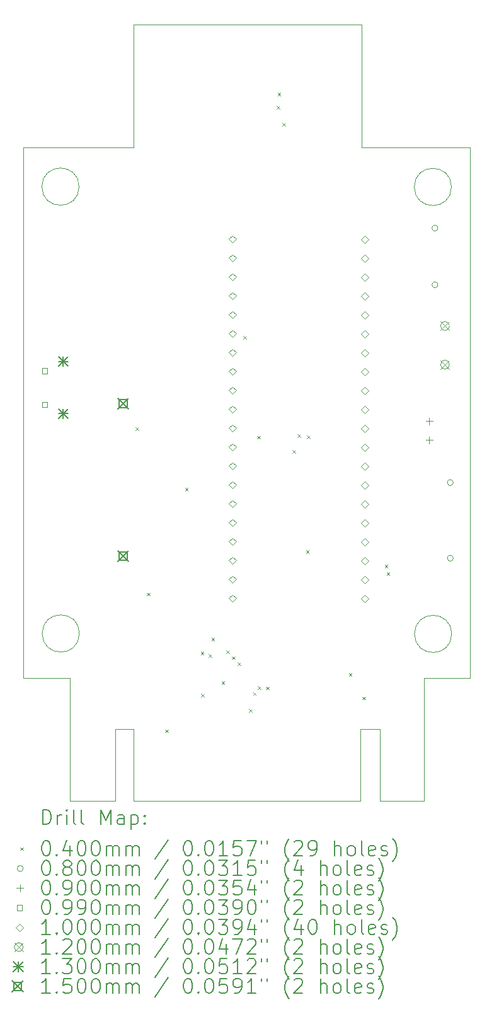
<source format=gbr>
%TF.GenerationSoftware,KiCad,Pcbnew,8.0.6*%
%TF.CreationDate,2024-11-26T16:01:55+01:00*%
%TF.ProjectId,PicoA10400,5069636f-4131-4303-9430-302e6b696361,rev?*%
%TF.SameCoordinates,Original*%
%TF.FileFunction,Drillmap*%
%TF.FilePolarity,Positive*%
%FSLAX45Y45*%
G04 Gerber Fmt 4.5, Leading zero omitted, Abs format (unit mm)*
G04 Created by KiCad (PCBNEW 8.0.6) date 2024-11-26 16:01:55*
%MOMM*%
%LPD*%
G01*
G04 APERTURE LIST*
%ADD10C,0.100000*%
%ADD11C,0.050000*%
%ADD12C,0.200000*%
%ADD13C,0.120000*%
%ADD14C,0.130000*%
%ADD15C,0.150000*%
G04 APERTURE END LIST*
D10*
X12880000Y-18800000D02*
X13500000Y-18800000D01*
X12040000Y-11670000D02*
X13500000Y-11670000D01*
X8120000Y-18800000D02*
X7500000Y-18800000D01*
X13253000Y-18205500D02*
G75*
G02*
X12753000Y-18205500I-250000J0D01*
G01*
X12753000Y-18205500D02*
G75*
G02*
X13253000Y-18205500I250000J0D01*
G01*
X8980000Y-11670000D02*
X7500000Y-11670000D01*
X8250000Y-18200000D02*
G75*
G02*
X7750000Y-18200000I-250000J0D01*
G01*
X7750000Y-18200000D02*
G75*
G02*
X8250000Y-18200000I250000J0D01*
G01*
X8246000Y-12196500D02*
G75*
G02*
X7746000Y-12196500I-250000J0D01*
G01*
X7746000Y-12196500D02*
G75*
G02*
X8246000Y-12196500I250000J0D01*
G01*
X13500000Y-11670000D02*
X13500000Y-18800000D01*
X7500000Y-11670000D02*
X7500000Y-18800000D01*
X13250000Y-12200000D02*
G75*
G02*
X12750000Y-12200000I-250000J0D01*
G01*
X12750000Y-12200000D02*
G75*
G02*
X13250000Y-12200000I250000J0D01*
G01*
D11*
X8980000Y-10019000D02*
X8980000Y-11670000D01*
X8980000Y-10019000D02*
X12040000Y-10020000D01*
X12040000Y-10020000D02*
X12040000Y-11670000D01*
X8120000Y-18800000D02*
X8120000Y-20451000D01*
X8120000Y-20451000D02*
X8730000Y-20451000D01*
X8730000Y-19481000D02*
X8980000Y-19481000D01*
X8730000Y-20451000D02*
X8730000Y-19481000D01*
X8980000Y-19481000D02*
X8980000Y-20451000D01*
X8980000Y-20451000D02*
X12030000Y-20451000D01*
X12030000Y-19481000D02*
X12290000Y-19481000D01*
X12030000Y-20451000D02*
X12030000Y-19481000D01*
X12290000Y-19481000D02*
X12290000Y-20451000D01*
X12290000Y-20451000D02*
X12880000Y-20451000D01*
X12880000Y-20451000D02*
X12880000Y-18800000D01*
D12*
D10*
X9005850Y-15431740D02*
X9045850Y-15471740D01*
X9045850Y-15431740D02*
X9005850Y-15471740D01*
X9158770Y-17651710D02*
X9198770Y-17691710D01*
X9198770Y-17651710D02*
X9158770Y-17691710D01*
X9405630Y-19490480D02*
X9445630Y-19530480D01*
X9445630Y-19490480D02*
X9405630Y-19530480D01*
X9668630Y-16244160D02*
X9708630Y-16284160D01*
X9708630Y-16244160D02*
X9668630Y-16284160D01*
X9881100Y-18443830D02*
X9921100Y-18483830D01*
X9921100Y-18443830D02*
X9881100Y-18483830D01*
X9884340Y-19010770D02*
X9924340Y-19050770D01*
X9924340Y-19010770D02*
X9884340Y-19050770D01*
X9985990Y-18477120D02*
X10025990Y-18517120D01*
X10025990Y-18477120D02*
X9985990Y-18517120D01*
X10025800Y-18255720D02*
X10065800Y-18295720D01*
X10065800Y-18255720D02*
X10025800Y-18295720D01*
X10161140Y-18842490D02*
X10201140Y-18882490D01*
X10201140Y-18842490D02*
X10161140Y-18882490D01*
X10221530Y-18429700D02*
X10261530Y-18469700D01*
X10261530Y-18429700D02*
X10221530Y-18469700D01*
X10299640Y-18507810D02*
X10339640Y-18547810D01*
X10339640Y-18507810D02*
X10299640Y-18547810D01*
X10378520Y-18586130D02*
X10418520Y-18626130D01*
X10418520Y-18586130D02*
X10378520Y-18626130D01*
X10453380Y-14205220D02*
X10493380Y-14245220D01*
X10493380Y-14205220D02*
X10453380Y-14245220D01*
X10525810Y-19212190D02*
X10565810Y-19252190D01*
X10565810Y-19212190D02*
X10525810Y-19252190D01*
X10584470Y-18990230D02*
X10624470Y-19030230D01*
X10624470Y-18990230D02*
X10584470Y-19030230D01*
X10641130Y-15544320D02*
X10681130Y-15584320D01*
X10681130Y-15544320D02*
X10641130Y-15584320D01*
X10648300Y-18909210D02*
X10688300Y-18949210D01*
X10688300Y-18909210D02*
X10648300Y-18949210D01*
X10756900Y-18915050D02*
X10796900Y-18955050D01*
X10796900Y-18915050D02*
X10756900Y-18955050D01*
X10898230Y-11109920D02*
X10938230Y-11149920D01*
X10938230Y-11109920D02*
X10898230Y-11149920D01*
X10914050Y-10936860D02*
X10954050Y-10976860D01*
X10954050Y-10936860D02*
X10914050Y-10976860D01*
X10978050Y-11343680D02*
X11018050Y-11383680D01*
X11018050Y-11343680D02*
X10978050Y-11383680D01*
X11115000Y-15732410D02*
X11155000Y-15772410D01*
X11155000Y-15732410D02*
X11115000Y-15772410D01*
X11180400Y-15520750D02*
X11220400Y-15560750D01*
X11220400Y-15520750D02*
X11180400Y-15560750D01*
X11294500Y-17079990D02*
X11334500Y-17119990D01*
X11334500Y-17079990D02*
X11294500Y-17119990D01*
X11305120Y-15542700D02*
X11345120Y-15582700D01*
X11345120Y-15542700D02*
X11305120Y-15582700D01*
X11869640Y-18731250D02*
X11909640Y-18771250D01*
X11909640Y-18731250D02*
X11869640Y-18771250D01*
X12055660Y-19048540D02*
X12095660Y-19088540D01*
X12095660Y-19048540D02*
X12055660Y-19088540D01*
X12354000Y-17272790D02*
X12394000Y-17312790D01*
X12394000Y-17272790D02*
X12354000Y-17312790D01*
X12377630Y-17376670D02*
X12417630Y-17416670D01*
X12417630Y-17376670D02*
X12377630Y-17416670D01*
X13069000Y-12753500D02*
G75*
G02*
X12989000Y-12753500I-40000J0D01*
G01*
X12989000Y-12753500D02*
G75*
G02*
X13069000Y-12753500I40000J0D01*
G01*
X13069000Y-13515500D02*
G75*
G02*
X12989000Y-13515500I-40000J0D01*
G01*
X12989000Y-13515500D02*
G75*
G02*
X13069000Y-13515500I40000J0D01*
G01*
X13274000Y-16172500D02*
G75*
G02*
X13194000Y-16172500I-40000J0D01*
G01*
X13194000Y-16172500D02*
G75*
G02*
X13274000Y-16172500I40000J0D01*
G01*
X13274000Y-17188500D02*
G75*
G02*
X13194000Y-17188500I-40000J0D01*
G01*
X13194000Y-17188500D02*
G75*
G02*
X13274000Y-17188500I40000J0D01*
G01*
X12951500Y-15302000D02*
X12951500Y-15392000D01*
X12906500Y-15347000D02*
X12996500Y-15347000D01*
X12951500Y-15556000D02*
X12951500Y-15646000D01*
X12906500Y-15601000D02*
X12996500Y-15601000D01*
X7818002Y-14706502D02*
X7818002Y-14636498D01*
X7747998Y-14636498D01*
X7747998Y-14706502D01*
X7818002Y-14706502D01*
X7818002Y-15156502D02*
X7818002Y-15086498D01*
X7747998Y-15086498D01*
X7747998Y-15156502D01*
X7818002Y-15156502D01*
X10306500Y-12951500D02*
X10356500Y-12901500D01*
X10306500Y-12851500D01*
X10256500Y-12901500D01*
X10306500Y-12951500D01*
X10306500Y-13205500D02*
X10356500Y-13155500D01*
X10306500Y-13105500D01*
X10256500Y-13155500D01*
X10306500Y-13205500D01*
X10306500Y-13459500D02*
X10356500Y-13409500D01*
X10306500Y-13359500D01*
X10256500Y-13409500D01*
X10306500Y-13459500D01*
X10306500Y-13713500D02*
X10356500Y-13663500D01*
X10306500Y-13613500D01*
X10256500Y-13663500D01*
X10306500Y-13713500D01*
X10306500Y-13967500D02*
X10356500Y-13917500D01*
X10306500Y-13867500D01*
X10256500Y-13917500D01*
X10306500Y-13967500D01*
X10306500Y-14221500D02*
X10356500Y-14171500D01*
X10306500Y-14121500D01*
X10256500Y-14171500D01*
X10306500Y-14221500D01*
X10306500Y-14475500D02*
X10356500Y-14425500D01*
X10306500Y-14375500D01*
X10256500Y-14425500D01*
X10306500Y-14475500D01*
X10306500Y-14729500D02*
X10356500Y-14679500D01*
X10306500Y-14629500D01*
X10256500Y-14679500D01*
X10306500Y-14729500D01*
X10306500Y-14983500D02*
X10356500Y-14933500D01*
X10306500Y-14883500D01*
X10256500Y-14933500D01*
X10306500Y-14983500D01*
X10306500Y-15237500D02*
X10356500Y-15187500D01*
X10306500Y-15137500D01*
X10256500Y-15187500D01*
X10306500Y-15237500D01*
X10306500Y-15491500D02*
X10356500Y-15441500D01*
X10306500Y-15391500D01*
X10256500Y-15441500D01*
X10306500Y-15491500D01*
X10306500Y-15745500D02*
X10356500Y-15695500D01*
X10306500Y-15645500D01*
X10256500Y-15695500D01*
X10306500Y-15745500D01*
X10306500Y-15999500D02*
X10356500Y-15949500D01*
X10306500Y-15899500D01*
X10256500Y-15949500D01*
X10306500Y-15999500D01*
X10306500Y-16253500D02*
X10356500Y-16203500D01*
X10306500Y-16153500D01*
X10256500Y-16203500D01*
X10306500Y-16253500D01*
X10306500Y-16507500D02*
X10356500Y-16457500D01*
X10306500Y-16407500D01*
X10256500Y-16457500D01*
X10306500Y-16507500D01*
X10306500Y-16761500D02*
X10356500Y-16711500D01*
X10306500Y-16661500D01*
X10256500Y-16711500D01*
X10306500Y-16761500D01*
X10306500Y-17015500D02*
X10356500Y-16965500D01*
X10306500Y-16915500D01*
X10256500Y-16965500D01*
X10306500Y-17015500D01*
X10306500Y-17269500D02*
X10356500Y-17219500D01*
X10306500Y-17169500D01*
X10256500Y-17219500D01*
X10306500Y-17269500D01*
X10306500Y-17523500D02*
X10356500Y-17473500D01*
X10306500Y-17423500D01*
X10256500Y-17473500D01*
X10306500Y-17523500D01*
X10306500Y-17777500D02*
X10356500Y-17727500D01*
X10306500Y-17677500D01*
X10256500Y-17727500D01*
X10306500Y-17777500D01*
X12086500Y-12955000D02*
X12136500Y-12905000D01*
X12086500Y-12855000D01*
X12036500Y-12905000D01*
X12086500Y-12955000D01*
X12086500Y-13209000D02*
X12136500Y-13159000D01*
X12086500Y-13109000D01*
X12036500Y-13159000D01*
X12086500Y-13209000D01*
X12086500Y-13463000D02*
X12136500Y-13413000D01*
X12086500Y-13363000D01*
X12036500Y-13413000D01*
X12086500Y-13463000D01*
X12086500Y-13717000D02*
X12136500Y-13667000D01*
X12086500Y-13617000D01*
X12036500Y-13667000D01*
X12086500Y-13717000D01*
X12086500Y-13971000D02*
X12136500Y-13921000D01*
X12086500Y-13871000D01*
X12036500Y-13921000D01*
X12086500Y-13971000D01*
X12086500Y-14225000D02*
X12136500Y-14175000D01*
X12086500Y-14125000D01*
X12036500Y-14175000D01*
X12086500Y-14225000D01*
X12086500Y-14479000D02*
X12136500Y-14429000D01*
X12086500Y-14379000D01*
X12036500Y-14429000D01*
X12086500Y-14479000D01*
X12086500Y-14733000D02*
X12136500Y-14683000D01*
X12086500Y-14633000D01*
X12036500Y-14683000D01*
X12086500Y-14733000D01*
X12086500Y-14987000D02*
X12136500Y-14937000D01*
X12086500Y-14887000D01*
X12036500Y-14937000D01*
X12086500Y-14987000D01*
X12086500Y-15241000D02*
X12136500Y-15191000D01*
X12086500Y-15141000D01*
X12036500Y-15191000D01*
X12086500Y-15241000D01*
X12086500Y-15495000D02*
X12136500Y-15445000D01*
X12086500Y-15395000D01*
X12036500Y-15445000D01*
X12086500Y-15495000D01*
X12086500Y-15749000D02*
X12136500Y-15699000D01*
X12086500Y-15649000D01*
X12036500Y-15699000D01*
X12086500Y-15749000D01*
X12086500Y-16003000D02*
X12136500Y-15953000D01*
X12086500Y-15903000D01*
X12036500Y-15953000D01*
X12086500Y-16003000D01*
X12086500Y-16257000D02*
X12136500Y-16207000D01*
X12086500Y-16157000D01*
X12036500Y-16207000D01*
X12086500Y-16257000D01*
X12086500Y-16511000D02*
X12136500Y-16461000D01*
X12086500Y-16411000D01*
X12036500Y-16461000D01*
X12086500Y-16511000D01*
X12086500Y-16765000D02*
X12136500Y-16715000D01*
X12086500Y-16665000D01*
X12036500Y-16715000D01*
X12086500Y-16765000D01*
X12086500Y-17019000D02*
X12136500Y-16969000D01*
X12086500Y-16919000D01*
X12036500Y-16969000D01*
X12086500Y-17019000D01*
X12086500Y-17273000D02*
X12136500Y-17223000D01*
X12086500Y-17173000D01*
X12036500Y-17223000D01*
X12086500Y-17273000D01*
X12086500Y-17527000D02*
X12136500Y-17477000D01*
X12086500Y-17427000D01*
X12036500Y-17477000D01*
X12086500Y-17527000D01*
X12086500Y-17781000D02*
X12136500Y-17731000D01*
X12086500Y-17681000D01*
X12036500Y-17731000D01*
X12086500Y-17781000D01*
D13*
X13103000Y-14008500D02*
X13223000Y-14128500D01*
X13223000Y-14008500D02*
X13103000Y-14128500D01*
X13223000Y-14068500D02*
G75*
G02*
X13103000Y-14068500I-60000J0D01*
G01*
X13103000Y-14068500D02*
G75*
G02*
X13223000Y-14068500I60000J0D01*
G01*
X13103000Y-14527500D02*
X13223000Y-14647500D01*
X13223000Y-14527500D02*
X13103000Y-14647500D01*
X13223000Y-14587500D02*
G75*
G02*
X13103000Y-14587500I-60000J0D01*
G01*
X13103000Y-14587500D02*
G75*
G02*
X13223000Y-14587500I60000J0D01*
G01*
D14*
X7967000Y-14480500D02*
X8097000Y-14610500D01*
X8097000Y-14480500D02*
X7967000Y-14610500D01*
X8032000Y-14480500D02*
X8032000Y-14610500D01*
X7967000Y-14545500D02*
X8097000Y-14545500D01*
X7967000Y-15181500D02*
X8097000Y-15311500D01*
X8097000Y-15181500D02*
X7967000Y-15311500D01*
X8032000Y-15181500D02*
X8032000Y-15311500D01*
X7967000Y-15246500D02*
X8097000Y-15246500D01*
D15*
X8764000Y-15037000D02*
X8914000Y-15187000D01*
X8914000Y-15037000D02*
X8764000Y-15187000D01*
X8892034Y-15165033D02*
X8892034Y-15058966D01*
X8785967Y-15058966D01*
X8785967Y-15165033D01*
X8892034Y-15165033D01*
X8764000Y-17086000D02*
X8914000Y-17236000D01*
X8914000Y-17086000D02*
X8764000Y-17236000D01*
X8892034Y-17214034D02*
X8892034Y-17107967D01*
X8785967Y-17107967D01*
X8785967Y-17214034D01*
X8892034Y-17214034D01*
D12*
X7755777Y-20764984D02*
X7755777Y-20564984D01*
X7755777Y-20564984D02*
X7803396Y-20564984D01*
X7803396Y-20564984D02*
X7831967Y-20574508D01*
X7831967Y-20574508D02*
X7851015Y-20593555D01*
X7851015Y-20593555D02*
X7860539Y-20612603D01*
X7860539Y-20612603D02*
X7870062Y-20650698D01*
X7870062Y-20650698D02*
X7870062Y-20679270D01*
X7870062Y-20679270D02*
X7860539Y-20717365D01*
X7860539Y-20717365D02*
X7851015Y-20736412D01*
X7851015Y-20736412D02*
X7831967Y-20755460D01*
X7831967Y-20755460D02*
X7803396Y-20764984D01*
X7803396Y-20764984D02*
X7755777Y-20764984D01*
X7955777Y-20764984D02*
X7955777Y-20631650D01*
X7955777Y-20669746D02*
X7965301Y-20650698D01*
X7965301Y-20650698D02*
X7974824Y-20641174D01*
X7974824Y-20641174D02*
X7993872Y-20631650D01*
X7993872Y-20631650D02*
X8012920Y-20631650D01*
X8079586Y-20764984D02*
X8079586Y-20631650D01*
X8079586Y-20564984D02*
X8070062Y-20574508D01*
X8070062Y-20574508D02*
X8079586Y-20584031D01*
X8079586Y-20584031D02*
X8089110Y-20574508D01*
X8089110Y-20574508D02*
X8079586Y-20564984D01*
X8079586Y-20564984D02*
X8079586Y-20584031D01*
X8203396Y-20764984D02*
X8184348Y-20755460D01*
X8184348Y-20755460D02*
X8174824Y-20736412D01*
X8174824Y-20736412D02*
X8174824Y-20564984D01*
X8308158Y-20764984D02*
X8289110Y-20755460D01*
X8289110Y-20755460D02*
X8279586Y-20736412D01*
X8279586Y-20736412D02*
X8279586Y-20564984D01*
X8536729Y-20764984D02*
X8536729Y-20564984D01*
X8536729Y-20564984D02*
X8603396Y-20707841D01*
X8603396Y-20707841D02*
X8670063Y-20564984D01*
X8670063Y-20564984D02*
X8670063Y-20764984D01*
X8851015Y-20764984D02*
X8851015Y-20660222D01*
X8851015Y-20660222D02*
X8841491Y-20641174D01*
X8841491Y-20641174D02*
X8822444Y-20631650D01*
X8822444Y-20631650D02*
X8784348Y-20631650D01*
X8784348Y-20631650D02*
X8765301Y-20641174D01*
X8851015Y-20755460D02*
X8831967Y-20764984D01*
X8831967Y-20764984D02*
X8784348Y-20764984D01*
X8784348Y-20764984D02*
X8765301Y-20755460D01*
X8765301Y-20755460D02*
X8755777Y-20736412D01*
X8755777Y-20736412D02*
X8755777Y-20717365D01*
X8755777Y-20717365D02*
X8765301Y-20698317D01*
X8765301Y-20698317D02*
X8784348Y-20688793D01*
X8784348Y-20688793D02*
X8831967Y-20688793D01*
X8831967Y-20688793D02*
X8851015Y-20679270D01*
X8946253Y-20631650D02*
X8946253Y-20831650D01*
X8946253Y-20641174D02*
X8965301Y-20631650D01*
X8965301Y-20631650D02*
X9003396Y-20631650D01*
X9003396Y-20631650D02*
X9022444Y-20641174D01*
X9022444Y-20641174D02*
X9031967Y-20650698D01*
X9031967Y-20650698D02*
X9041491Y-20669746D01*
X9041491Y-20669746D02*
X9041491Y-20726889D01*
X9041491Y-20726889D02*
X9031967Y-20745936D01*
X9031967Y-20745936D02*
X9022444Y-20755460D01*
X9022444Y-20755460D02*
X9003396Y-20764984D01*
X9003396Y-20764984D02*
X8965301Y-20764984D01*
X8965301Y-20764984D02*
X8946253Y-20755460D01*
X9127205Y-20745936D02*
X9136729Y-20755460D01*
X9136729Y-20755460D02*
X9127205Y-20764984D01*
X9127205Y-20764984D02*
X9117682Y-20755460D01*
X9117682Y-20755460D02*
X9127205Y-20745936D01*
X9127205Y-20745936D02*
X9127205Y-20764984D01*
X9127205Y-20641174D02*
X9136729Y-20650698D01*
X9136729Y-20650698D02*
X9127205Y-20660222D01*
X9127205Y-20660222D02*
X9117682Y-20650698D01*
X9117682Y-20650698D02*
X9127205Y-20641174D01*
X9127205Y-20641174D02*
X9127205Y-20660222D01*
D10*
X7455000Y-21073500D02*
X7495000Y-21113500D01*
X7495000Y-21073500D02*
X7455000Y-21113500D01*
D12*
X7793872Y-20984984D02*
X7812920Y-20984984D01*
X7812920Y-20984984D02*
X7831967Y-20994508D01*
X7831967Y-20994508D02*
X7841491Y-21004031D01*
X7841491Y-21004031D02*
X7851015Y-21023079D01*
X7851015Y-21023079D02*
X7860539Y-21061174D01*
X7860539Y-21061174D02*
X7860539Y-21108793D01*
X7860539Y-21108793D02*
X7851015Y-21146889D01*
X7851015Y-21146889D02*
X7841491Y-21165936D01*
X7841491Y-21165936D02*
X7831967Y-21175460D01*
X7831967Y-21175460D02*
X7812920Y-21184984D01*
X7812920Y-21184984D02*
X7793872Y-21184984D01*
X7793872Y-21184984D02*
X7774824Y-21175460D01*
X7774824Y-21175460D02*
X7765301Y-21165936D01*
X7765301Y-21165936D02*
X7755777Y-21146889D01*
X7755777Y-21146889D02*
X7746253Y-21108793D01*
X7746253Y-21108793D02*
X7746253Y-21061174D01*
X7746253Y-21061174D02*
X7755777Y-21023079D01*
X7755777Y-21023079D02*
X7765301Y-21004031D01*
X7765301Y-21004031D02*
X7774824Y-20994508D01*
X7774824Y-20994508D02*
X7793872Y-20984984D01*
X7946253Y-21165936D02*
X7955777Y-21175460D01*
X7955777Y-21175460D02*
X7946253Y-21184984D01*
X7946253Y-21184984D02*
X7936729Y-21175460D01*
X7936729Y-21175460D02*
X7946253Y-21165936D01*
X7946253Y-21165936D02*
X7946253Y-21184984D01*
X8127205Y-21051650D02*
X8127205Y-21184984D01*
X8079586Y-20975460D02*
X8031967Y-21118317D01*
X8031967Y-21118317D02*
X8155777Y-21118317D01*
X8270062Y-20984984D02*
X8289110Y-20984984D01*
X8289110Y-20984984D02*
X8308158Y-20994508D01*
X8308158Y-20994508D02*
X8317682Y-21004031D01*
X8317682Y-21004031D02*
X8327205Y-21023079D01*
X8327205Y-21023079D02*
X8336729Y-21061174D01*
X8336729Y-21061174D02*
X8336729Y-21108793D01*
X8336729Y-21108793D02*
X8327205Y-21146889D01*
X8327205Y-21146889D02*
X8317682Y-21165936D01*
X8317682Y-21165936D02*
X8308158Y-21175460D01*
X8308158Y-21175460D02*
X8289110Y-21184984D01*
X8289110Y-21184984D02*
X8270062Y-21184984D01*
X8270062Y-21184984D02*
X8251015Y-21175460D01*
X8251015Y-21175460D02*
X8241491Y-21165936D01*
X8241491Y-21165936D02*
X8231967Y-21146889D01*
X8231967Y-21146889D02*
X8222443Y-21108793D01*
X8222443Y-21108793D02*
X8222443Y-21061174D01*
X8222443Y-21061174D02*
X8231967Y-21023079D01*
X8231967Y-21023079D02*
X8241491Y-21004031D01*
X8241491Y-21004031D02*
X8251015Y-20994508D01*
X8251015Y-20994508D02*
X8270062Y-20984984D01*
X8460539Y-20984984D02*
X8479586Y-20984984D01*
X8479586Y-20984984D02*
X8498634Y-20994508D01*
X8498634Y-20994508D02*
X8508158Y-21004031D01*
X8508158Y-21004031D02*
X8517682Y-21023079D01*
X8517682Y-21023079D02*
X8527205Y-21061174D01*
X8527205Y-21061174D02*
X8527205Y-21108793D01*
X8527205Y-21108793D02*
X8517682Y-21146889D01*
X8517682Y-21146889D02*
X8508158Y-21165936D01*
X8508158Y-21165936D02*
X8498634Y-21175460D01*
X8498634Y-21175460D02*
X8479586Y-21184984D01*
X8479586Y-21184984D02*
X8460539Y-21184984D01*
X8460539Y-21184984D02*
X8441491Y-21175460D01*
X8441491Y-21175460D02*
X8431967Y-21165936D01*
X8431967Y-21165936D02*
X8422444Y-21146889D01*
X8422444Y-21146889D02*
X8412920Y-21108793D01*
X8412920Y-21108793D02*
X8412920Y-21061174D01*
X8412920Y-21061174D02*
X8422444Y-21023079D01*
X8422444Y-21023079D02*
X8431967Y-21004031D01*
X8431967Y-21004031D02*
X8441491Y-20994508D01*
X8441491Y-20994508D02*
X8460539Y-20984984D01*
X8612920Y-21184984D02*
X8612920Y-21051650D01*
X8612920Y-21070698D02*
X8622444Y-21061174D01*
X8622444Y-21061174D02*
X8641491Y-21051650D01*
X8641491Y-21051650D02*
X8670063Y-21051650D01*
X8670063Y-21051650D02*
X8689110Y-21061174D01*
X8689110Y-21061174D02*
X8698634Y-21080222D01*
X8698634Y-21080222D02*
X8698634Y-21184984D01*
X8698634Y-21080222D02*
X8708158Y-21061174D01*
X8708158Y-21061174D02*
X8727205Y-21051650D01*
X8727205Y-21051650D02*
X8755777Y-21051650D01*
X8755777Y-21051650D02*
X8774825Y-21061174D01*
X8774825Y-21061174D02*
X8784348Y-21080222D01*
X8784348Y-21080222D02*
X8784348Y-21184984D01*
X8879586Y-21184984D02*
X8879586Y-21051650D01*
X8879586Y-21070698D02*
X8889110Y-21061174D01*
X8889110Y-21061174D02*
X8908158Y-21051650D01*
X8908158Y-21051650D02*
X8936729Y-21051650D01*
X8936729Y-21051650D02*
X8955777Y-21061174D01*
X8955777Y-21061174D02*
X8965301Y-21080222D01*
X8965301Y-21080222D02*
X8965301Y-21184984D01*
X8965301Y-21080222D02*
X8974825Y-21061174D01*
X8974825Y-21061174D02*
X8993872Y-21051650D01*
X8993872Y-21051650D02*
X9022444Y-21051650D01*
X9022444Y-21051650D02*
X9041491Y-21061174D01*
X9041491Y-21061174D02*
X9051015Y-21080222D01*
X9051015Y-21080222D02*
X9051015Y-21184984D01*
X9441491Y-20975460D02*
X9270063Y-21232603D01*
X9698634Y-20984984D02*
X9717682Y-20984984D01*
X9717682Y-20984984D02*
X9736729Y-20994508D01*
X9736729Y-20994508D02*
X9746253Y-21004031D01*
X9746253Y-21004031D02*
X9755777Y-21023079D01*
X9755777Y-21023079D02*
X9765301Y-21061174D01*
X9765301Y-21061174D02*
X9765301Y-21108793D01*
X9765301Y-21108793D02*
X9755777Y-21146889D01*
X9755777Y-21146889D02*
X9746253Y-21165936D01*
X9746253Y-21165936D02*
X9736729Y-21175460D01*
X9736729Y-21175460D02*
X9717682Y-21184984D01*
X9717682Y-21184984D02*
X9698634Y-21184984D01*
X9698634Y-21184984D02*
X9679587Y-21175460D01*
X9679587Y-21175460D02*
X9670063Y-21165936D01*
X9670063Y-21165936D02*
X9660539Y-21146889D01*
X9660539Y-21146889D02*
X9651015Y-21108793D01*
X9651015Y-21108793D02*
X9651015Y-21061174D01*
X9651015Y-21061174D02*
X9660539Y-21023079D01*
X9660539Y-21023079D02*
X9670063Y-21004031D01*
X9670063Y-21004031D02*
X9679587Y-20994508D01*
X9679587Y-20994508D02*
X9698634Y-20984984D01*
X9851015Y-21165936D02*
X9860539Y-21175460D01*
X9860539Y-21175460D02*
X9851015Y-21184984D01*
X9851015Y-21184984D02*
X9841491Y-21175460D01*
X9841491Y-21175460D02*
X9851015Y-21165936D01*
X9851015Y-21165936D02*
X9851015Y-21184984D01*
X9984348Y-20984984D02*
X10003396Y-20984984D01*
X10003396Y-20984984D02*
X10022444Y-20994508D01*
X10022444Y-20994508D02*
X10031968Y-21004031D01*
X10031968Y-21004031D02*
X10041491Y-21023079D01*
X10041491Y-21023079D02*
X10051015Y-21061174D01*
X10051015Y-21061174D02*
X10051015Y-21108793D01*
X10051015Y-21108793D02*
X10041491Y-21146889D01*
X10041491Y-21146889D02*
X10031968Y-21165936D01*
X10031968Y-21165936D02*
X10022444Y-21175460D01*
X10022444Y-21175460D02*
X10003396Y-21184984D01*
X10003396Y-21184984D02*
X9984348Y-21184984D01*
X9984348Y-21184984D02*
X9965301Y-21175460D01*
X9965301Y-21175460D02*
X9955777Y-21165936D01*
X9955777Y-21165936D02*
X9946253Y-21146889D01*
X9946253Y-21146889D02*
X9936729Y-21108793D01*
X9936729Y-21108793D02*
X9936729Y-21061174D01*
X9936729Y-21061174D02*
X9946253Y-21023079D01*
X9946253Y-21023079D02*
X9955777Y-21004031D01*
X9955777Y-21004031D02*
X9965301Y-20994508D01*
X9965301Y-20994508D02*
X9984348Y-20984984D01*
X10241491Y-21184984D02*
X10127206Y-21184984D01*
X10184348Y-21184984D02*
X10184348Y-20984984D01*
X10184348Y-20984984D02*
X10165301Y-21013555D01*
X10165301Y-21013555D02*
X10146253Y-21032603D01*
X10146253Y-21032603D02*
X10127206Y-21042127D01*
X10422444Y-20984984D02*
X10327206Y-20984984D01*
X10327206Y-20984984D02*
X10317682Y-21080222D01*
X10317682Y-21080222D02*
X10327206Y-21070698D01*
X10327206Y-21070698D02*
X10346253Y-21061174D01*
X10346253Y-21061174D02*
X10393872Y-21061174D01*
X10393872Y-21061174D02*
X10412920Y-21070698D01*
X10412920Y-21070698D02*
X10422444Y-21080222D01*
X10422444Y-21080222D02*
X10431968Y-21099270D01*
X10431968Y-21099270D02*
X10431968Y-21146889D01*
X10431968Y-21146889D02*
X10422444Y-21165936D01*
X10422444Y-21165936D02*
X10412920Y-21175460D01*
X10412920Y-21175460D02*
X10393872Y-21184984D01*
X10393872Y-21184984D02*
X10346253Y-21184984D01*
X10346253Y-21184984D02*
X10327206Y-21175460D01*
X10327206Y-21175460D02*
X10317682Y-21165936D01*
X10498634Y-20984984D02*
X10631968Y-20984984D01*
X10631968Y-20984984D02*
X10546253Y-21184984D01*
X10698634Y-20984984D02*
X10698634Y-21023079D01*
X10774825Y-20984984D02*
X10774825Y-21023079D01*
X11070063Y-21261174D02*
X11060539Y-21251650D01*
X11060539Y-21251650D02*
X11041491Y-21223079D01*
X11041491Y-21223079D02*
X11031968Y-21204031D01*
X11031968Y-21204031D02*
X11022444Y-21175460D01*
X11022444Y-21175460D02*
X11012920Y-21127841D01*
X11012920Y-21127841D02*
X11012920Y-21089746D01*
X11012920Y-21089746D02*
X11022444Y-21042127D01*
X11022444Y-21042127D02*
X11031968Y-21013555D01*
X11031968Y-21013555D02*
X11041491Y-20994508D01*
X11041491Y-20994508D02*
X11060539Y-20965936D01*
X11060539Y-20965936D02*
X11070063Y-20956412D01*
X11136730Y-21004031D02*
X11146253Y-20994508D01*
X11146253Y-20994508D02*
X11165301Y-20984984D01*
X11165301Y-20984984D02*
X11212920Y-20984984D01*
X11212920Y-20984984D02*
X11231968Y-20994508D01*
X11231968Y-20994508D02*
X11241491Y-21004031D01*
X11241491Y-21004031D02*
X11251015Y-21023079D01*
X11251015Y-21023079D02*
X11251015Y-21042127D01*
X11251015Y-21042127D02*
X11241491Y-21070698D01*
X11241491Y-21070698D02*
X11127206Y-21184984D01*
X11127206Y-21184984D02*
X11251015Y-21184984D01*
X11346253Y-21184984D02*
X11384348Y-21184984D01*
X11384348Y-21184984D02*
X11403396Y-21175460D01*
X11403396Y-21175460D02*
X11412920Y-21165936D01*
X11412920Y-21165936D02*
X11431968Y-21137365D01*
X11431968Y-21137365D02*
X11441491Y-21099270D01*
X11441491Y-21099270D02*
X11441491Y-21023079D01*
X11441491Y-21023079D02*
X11431968Y-21004031D01*
X11431968Y-21004031D02*
X11422444Y-20994508D01*
X11422444Y-20994508D02*
X11403396Y-20984984D01*
X11403396Y-20984984D02*
X11365301Y-20984984D01*
X11365301Y-20984984D02*
X11346253Y-20994508D01*
X11346253Y-20994508D02*
X11336729Y-21004031D01*
X11336729Y-21004031D02*
X11327206Y-21023079D01*
X11327206Y-21023079D02*
X11327206Y-21070698D01*
X11327206Y-21070698D02*
X11336729Y-21089746D01*
X11336729Y-21089746D02*
X11346253Y-21099270D01*
X11346253Y-21099270D02*
X11365301Y-21108793D01*
X11365301Y-21108793D02*
X11403396Y-21108793D01*
X11403396Y-21108793D02*
X11422444Y-21099270D01*
X11422444Y-21099270D02*
X11431968Y-21089746D01*
X11431968Y-21089746D02*
X11441491Y-21070698D01*
X11679587Y-21184984D02*
X11679587Y-20984984D01*
X11765301Y-21184984D02*
X11765301Y-21080222D01*
X11765301Y-21080222D02*
X11755777Y-21061174D01*
X11755777Y-21061174D02*
X11736730Y-21051650D01*
X11736730Y-21051650D02*
X11708158Y-21051650D01*
X11708158Y-21051650D02*
X11689110Y-21061174D01*
X11689110Y-21061174D02*
X11679587Y-21070698D01*
X11889110Y-21184984D02*
X11870063Y-21175460D01*
X11870063Y-21175460D02*
X11860539Y-21165936D01*
X11860539Y-21165936D02*
X11851015Y-21146889D01*
X11851015Y-21146889D02*
X11851015Y-21089746D01*
X11851015Y-21089746D02*
X11860539Y-21070698D01*
X11860539Y-21070698D02*
X11870063Y-21061174D01*
X11870063Y-21061174D02*
X11889110Y-21051650D01*
X11889110Y-21051650D02*
X11917682Y-21051650D01*
X11917682Y-21051650D02*
X11936730Y-21061174D01*
X11936730Y-21061174D02*
X11946253Y-21070698D01*
X11946253Y-21070698D02*
X11955777Y-21089746D01*
X11955777Y-21089746D02*
X11955777Y-21146889D01*
X11955777Y-21146889D02*
X11946253Y-21165936D01*
X11946253Y-21165936D02*
X11936730Y-21175460D01*
X11936730Y-21175460D02*
X11917682Y-21184984D01*
X11917682Y-21184984D02*
X11889110Y-21184984D01*
X12070063Y-21184984D02*
X12051015Y-21175460D01*
X12051015Y-21175460D02*
X12041491Y-21156412D01*
X12041491Y-21156412D02*
X12041491Y-20984984D01*
X12222444Y-21175460D02*
X12203396Y-21184984D01*
X12203396Y-21184984D02*
X12165301Y-21184984D01*
X12165301Y-21184984D02*
X12146253Y-21175460D01*
X12146253Y-21175460D02*
X12136730Y-21156412D01*
X12136730Y-21156412D02*
X12136730Y-21080222D01*
X12136730Y-21080222D02*
X12146253Y-21061174D01*
X12146253Y-21061174D02*
X12165301Y-21051650D01*
X12165301Y-21051650D02*
X12203396Y-21051650D01*
X12203396Y-21051650D02*
X12222444Y-21061174D01*
X12222444Y-21061174D02*
X12231968Y-21080222D01*
X12231968Y-21080222D02*
X12231968Y-21099270D01*
X12231968Y-21099270D02*
X12136730Y-21118317D01*
X12308158Y-21175460D02*
X12327206Y-21184984D01*
X12327206Y-21184984D02*
X12365301Y-21184984D01*
X12365301Y-21184984D02*
X12384349Y-21175460D01*
X12384349Y-21175460D02*
X12393872Y-21156412D01*
X12393872Y-21156412D02*
X12393872Y-21146889D01*
X12393872Y-21146889D02*
X12384349Y-21127841D01*
X12384349Y-21127841D02*
X12365301Y-21118317D01*
X12365301Y-21118317D02*
X12336730Y-21118317D01*
X12336730Y-21118317D02*
X12317682Y-21108793D01*
X12317682Y-21108793D02*
X12308158Y-21089746D01*
X12308158Y-21089746D02*
X12308158Y-21080222D01*
X12308158Y-21080222D02*
X12317682Y-21061174D01*
X12317682Y-21061174D02*
X12336730Y-21051650D01*
X12336730Y-21051650D02*
X12365301Y-21051650D01*
X12365301Y-21051650D02*
X12384349Y-21061174D01*
X12460539Y-21261174D02*
X12470063Y-21251650D01*
X12470063Y-21251650D02*
X12489111Y-21223079D01*
X12489111Y-21223079D02*
X12498634Y-21204031D01*
X12498634Y-21204031D02*
X12508158Y-21175460D01*
X12508158Y-21175460D02*
X12517682Y-21127841D01*
X12517682Y-21127841D02*
X12517682Y-21089746D01*
X12517682Y-21089746D02*
X12508158Y-21042127D01*
X12508158Y-21042127D02*
X12498634Y-21013555D01*
X12498634Y-21013555D02*
X12489111Y-20994508D01*
X12489111Y-20994508D02*
X12470063Y-20965936D01*
X12470063Y-20965936D02*
X12460539Y-20956412D01*
D10*
X7495000Y-21357500D02*
G75*
G02*
X7415000Y-21357500I-40000J0D01*
G01*
X7415000Y-21357500D02*
G75*
G02*
X7495000Y-21357500I40000J0D01*
G01*
D12*
X7793872Y-21248984D02*
X7812920Y-21248984D01*
X7812920Y-21248984D02*
X7831967Y-21258508D01*
X7831967Y-21258508D02*
X7841491Y-21268031D01*
X7841491Y-21268031D02*
X7851015Y-21287079D01*
X7851015Y-21287079D02*
X7860539Y-21325174D01*
X7860539Y-21325174D02*
X7860539Y-21372793D01*
X7860539Y-21372793D02*
X7851015Y-21410889D01*
X7851015Y-21410889D02*
X7841491Y-21429936D01*
X7841491Y-21429936D02*
X7831967Y-21439460D01*
X7831967Y-21439460D02*
X7812920Y-21448984D01*
X7812920Y-21448984D02*
X7793872Y-21448984D01*
X7793872Y-21448984D02*
X7774824Y-21439460D01*
X7774824Y-21439460D02*
X7765301Y-21429936D01*
X7765301Y-21429936D02*
X7755777Y-21410889D01*
X7755777Y-21410889D02*
X7746253Y-21372793D01*
X7746253Y-21372793D02*
X7746253Y-21325174D01*
X7746253Y-21325174D02*
X7755777Y-21287079D01*
X7755777Y-21287079D02*
X7765301Y-21268031D01*
X7765301Y-21268031D02*
X7774824Y-21258508D01*
X7774824Y-21258508D02*
X7793872Y-21248984D01*
X7946253Y-21429936D02*
X7955777Y-21439460D01*
X7955777Y-21439460D02*
X7946253Y-21448984D01*
X7946253Y-21448984D02*
X7936729Y-21439460D01*
X7936729Y-21439460D02*
X7946253Y-21429936D01*
X7946253Y-21429936D02*
X7946253Y-21448984D01*
X8070062Y-21334698D02*
X8051015Y-21325174D01*
X8051015Y-21325174D02*
X8041491Y-21315650D01*
X8041491Y-21315650D02*
X8031967Y-21296603D01*
X8031967Y-21296603D02*
X8031967Y-21287079D01*
X8031967Y-21287079D02*
X8041491Y-21268031D01*
X8041491Y-21268031D02*
X8051015Y-21258508D01*
X8051015Y-21258508D02*
X8070062Y-21248984D01*
X8070062Y-21248984D02*
X8108158Y-21248984D01*
X8108158Y-21248984D02*
X8127205Y-21258508D01*
X8127205Y-21258508D02*
X8136729Y-21268031D01*
X8136729Y-21268031D02*
X8146253Y-21287079D01*
X8146253Y-21287079D02*
X8146253Y-21296603D01*
X8146253Y-21296603D02*
X8136729Y-21315650D01*
X8136729Y-21315650D02*
X8127205Y-21325174D01*
X8127205Y-21325174D02*
X8108158Y-21334698D01*
X8108158Y-21334698D02*
X8070062Y-21334698D01*
X8070062Y-21334698D02*
X8051015Y-21344222D01*
X8051015Y-21344222D02*
X8041491Y-21353746D01*
X8041491Y-21353746D02*
X8031967Y-21372793D01*
X8031967Y-21372793D02*
X8031967Y-21410889D01*
X8031967Y-21410889D02*
X8041491Y-21429936D01*
X8041491Y-21429936D02*
X8051015Y-21439460D01*
X8051015Y-21439460D02*
X8070062Y-21448984D01*
X8070062Y-21448984D02*
X8108158Y-21448984D01*
X8108158Y-21448984D02*
X8127205Y-21439460D01*
X8127205Y-21439460D02*
X8136729Y-21429936D01*
X8136729Y-21429936D02*
X8146253Y-21410889D01*
X8146253Y-21410889D02*
X8146253Y-21372793D01*
X8146253Y-21372793D02*
X8136729Y-21353746D01*
X8136729Y-21353746D02*
X8127205Y-21344222D01*
X8127205Y-21344222D02*
X8108158Y-21334698D01*
X8270062Y-21248984D02*
X8289110Y-21248984D01*
X8289110Y-21248984D02*
X8308158Y-21258508D01*
X8308158Y-21258508D02*
X8317682Y-21268031D01*
X8317682Y-21268031D02*
X8327205Y-21287079D01*
X8327205Y-21287079D02*
X8336729Y-21325174D01*
X8336729Y-21325174D02*
X8336729Y-21372793D01*
X8336729Y-21372793D02*
X8327205Y-21410889D01*
X8327205Y-21410889D02*
X8317682Y-21429936D01*
X8317682Y-21429936D02*
X8308158Y-21439460D01*
X8308158Y-21439460D02*
X8289110Y-21448984D01*
X8289110Y-21448984D02*
X8270062Y-21448984D01*
X8270062Y-21448984D02*
X8251015Y-21439460D01*
X8251015Y-21439460D02*
X8241491Y-21429936D01*
X8241491Y-21429936D02*
X8231967Y-21410889D01*
X8231967Y-21410889D02*
X8222443Y-21372793D01*
X8222443Y-21372793D02*
X8222443Y-21325174D01*
X8222443Y-21325174D02*
X8231967Y-21287079D01*
X8231967Y-21287079D02*
X8241491Y-21268031D01*
X8241491Y-21268031D02*
X8251015Y-21258508D01*
X8251015Y-21258508D02*
X8270062Y-21248984D01*
X8460539Y-21248984D02*
X8479586Y-21248984D01*
X8479586Y-21248984D02*
X8498634Y-21258508D01*
X8498634Y-21258508D02*
X8508158Y-21268031D01*
X8508158Y-21268031D02*
X8517682Y-21287079D01*
X8517682Y-21287079D02*
X8527205Y-21325174D01*
X8527205Y-21325174D02*
X8527205Y-21372793D01*
X8527205Y-21372793D02*
X8517682Y-21410889D01*
X8517682Y-21410889D02*
X8508158Y-21429936D01*
X8508158Y-21429936D02*
X8498634Y-21439460D01*
X8498634Y-21439460D02*
X8479586Y-21448984D01*
X8479586Y-21448984D02*
X8460539Y-21448984D01*
X8460539Y-21448984D02*
X8441491Y-21439460D01*
X8441491Y-21439460D02*
X8431967Y-21429936D01*
X8431967Y-21429936D02*
X8422444Y-21410889D01*
X8422444Y-21410889D02*
X8412920Y-21372793D01*
X8412920Y-21372793D02*
X8412920Y-21325174D01*
X8412920Y-21325174D02*
X8422444Y-21287079D01*
X8422444Y-21287079D02*
X8431967Y-21268031D01*
X8431967Y-21268031D02*
X8441491Y-21258508D01*
X8441491Y-21258508D02*
X8460539Y-21248984D01*
X8612920Y-21448984D02*
X8612920Y-21315650D01*
X8612920Y-21334698D02*
X8622444Y-21325174D01*
X8622444Y-21325174D02*
X8641491Y-21315650D01*
X8641491Y-21315650D02*
X8670063Y-21315650D01*
X8670063Y-21315650D02*
X8689110Y-21325174D01*
X8689110Y-21325174D02*
X8698634Y-21344222D01*
X8698634Y-21344222D02*
X8698634Y-21448984D01*
X8698634Y-21344222D02*
X8708158Y-21325174D01*
X8708158Y-21325174D02*
X8727205Y-21315650D01*
X8727205Y-21315650D02*
X8755777Y-21315650D01*
X8755777Y-21315650D02*
X8774825Y-21325174D01*
X8774825Y-21325174D02*
X8784348Y-21344222D01*
X8784348Y-21344222D02*
X8784348Y-21448984D01*
X8879586Y-21448984D02*
X8879586Y-21315650D01*
X8879586Y-21334698D02*
X8889110Y-21325174D01*
X8889110Y-21325174D02*
X8908158Y-21315650D01*
X8908158Y-21315650D02*
X8936729Y-21315650D01*
X8936729Y-21315650D02*
X8955777Y-21325174D01*
X8955777Y-21325174D02*
X8965301Y-21344222D01*
X8965301Y-21344222D02*
X8965301Y-21448984D01*
X8965301Y-21344222D02*
X8974825Y-21325174D01*
X8974825Y-21325174D02*
X8993872Y-21315650D01*
X8993872Y-21315650D02*
X9022444Y-21315650D01*
X9022444Y-21315650D02*
X9041491Y-21325174D01*
X9041491Y-21325174D02*
X9051015Y-21344222D01*
X9051015Y-21344222D02*
X9051015Y-21448984D01*
X9441491Y-21239460D02*
X9270063Y-21496603D01*
X9698634Y-21248984D02*
X9717682Y-21248984D01*
X9717682Y-21248984D02*
X9736729Y-21258508D01*
X9736729Y-21258508D02*
X9746253Y-21268031D01*
X9746253Y-21268031D02*
X9755777Y-21287079D01*
X9755777Y-21287079D02*
X9765301Y-21325174D01*
X9765301Y-21325174D02*
X9765301Y-21372793D01*
X9765301Y-21372793D02*
X9755777Y-21410889D01*
X9755777Y-21410889D02*
X9746253Y-21429936D01*
X9746253Y-21429936D02*
X9736729Y-21439460D01*
X9736729Y-21439460D02*
X9717682Y-21448984D01*
X9717682Y-21448984D02*
X9698634Y-21448984D01*
X9698634Y-21448984D02*
X9679587Y-21439460D01*
X9679587Y-21439460D02*
X9670063Y-21429936D01*
X9670063Y-21429936D02*
X9660539Y-21410889D01*
X9660539Y-21410889D02*
X9651015Y-21372793D01*
X9651015Y-21372793D02*
X9651015Y-21325174D01*
X9651015Y-21325174D02*
X9660539Y-21287079D01*
X9660539Y-21287079D02*
X9670063Y-21268031D01*
X9670063Y-21268031D02*
X9679587Y-21258508D01*
X9679587Y-21258508D02*
X9698634Y-21248984D01*
X9851015Y-21429936D02*
X9860539Y-21439460D01*
X9860539Y-21439460D02*
X9851015Y-21448984D01*
X9851015Y-21448984D02*
X9841491Y-21439460D01*
X9841491Y-21439460D02*
X9851015Y-21429936D01*
X9851015Y-21429936D02*
X9851015Y-21448984D01*
X9984348Y-21248984D02*
X10003396Y-21248984D01*
X10003396Y-21248984D02*
X10022444Y-21258508D01*
X10022444Y-21258508D02*
X10031968Y-21268031D01*
X10031968Y-21268031D02*
X10041491Y-21287079D01*
X10041491Y-21287079D02*
X10051015Y-21325174D01*
X10051015Y-21325174D02*
X10051015Y-21372793D01*
X10051015Y-21372793D02*
X10041491Y-21410889D01*
X10041491Y-21410889D02*
X10031968Y-21429936D01*
X10031968Y-21429936D02*
X10022444Y-21439460D01*
X10022444Y-21439460D02*
X10003396Y-21448984D01*
X10003396Y-21448984D02*
X9984348Y-21448984D01*
X9984348Y-21448984D02*
X9965301Y-21439460D01*
X9965301Y-21439460D02*
X9955777Y-21429936D01*
X9955777Y-21429936D02*
X9946253Y-21410889D01*
X9946253Y-21410889D02*
X9936729Y-21372793D01*
X9936729Y-21372793D02*
X9936729Y-21325174D01*
X9936729Y-21325174D02*
X9946253Y-21287079D01*
X9946253Y-21287079D02*
X9955777Y-21268031D01*
X9955777Y-21268031D02*
X9965301Y-21258508D01*
X9965301Y-21258508D02*
X9984348Y-21248984D01*
X10117682Y-21248984D02*
X10241491Y-21248984D01*
X10241491Y-21248984D02*
X10174825Y-21325174D01*
X10174825Y-21325174D02*
X10203396Y-21325174D01*
X10203396Y-21325174D02*
X10222444Y-21334698D01*
X10222444Y-21334698D02*
X10231968Y-21344222D01*
X10231968Y-21344222D02*
X10241491Y-21363270D01*
X10241491Y-21363270D02*
X10241491Y-21410889D01*
X10241491Y-21410889D02*
X10231968Y-21429936D01*
X10231968Y-21429936D02*
X10222444Y-21439460D01*
X10222444Y-21439460D02*
X10203396Y-21448984D01*
X10203396Y-21448984D02*
X10146253Y-21448984D01*
X10146253Y-21448984D02*
X10127206Y-21439460D01*
X10127206Y-21439460D02*
X10117682Y-21429936D01*
X10431968Y-21448984D02*
X10317682Y-21448984D01*
X10374825Y-21448984D02*
X10374825Y-21248984D01*
X10374825Y-21248984D02*
X10355777Y-21277555D01*
X10355777Y-21277555D02*
X10336729Y-21296603D01*
X10336729Y-21296603D02*
X10317682Y-21306127D01*
X10612920Y-21248984D02*
X10517682Y-21248984D01*
X10517682Y-21248984D02*
X10508158Y-21344222D01*
X10508158Y-21344222D02*
X10517682Y-21334698D01*
X10517682Y-21334698D02*
X10536729Y-21325174D01*
X10536729Y-21325174D02*
X10584349Y-21325174D01*
X10584349Y-21325174D02*
X10603396Y-21334698D01*
X10603396Y-21334698D02*
X10612920Y-21344222D01*
X10612920Y-21344222D02*
X10622444Y-21363270D01*
X10622444Y-21363270D02*
X10622444Y-21410889D01*
X10622444Y-21410889D02*
X10612920Y-21429936D01*
X10612920Y-21429936D02*
X10603396Y-21439460D01*
X10603396Y-21439460D02*
X10584349Y-21448984D01*
X10584349Y-21448984D02*
X10536729Y-21448984D01*
X10536729Y-21448984D02*
X10517682Y-21439460D01*
X10517682Y-21439460D02*
X10508158Y-21429936D01*
X10698634Y-21248984D02*
X10698634Y-21287079D01*
X10774825Y-21248984D02*
X10774825Y-21287079D01*
X11070063Y-21525174D02*
X11060539Y-21515650D01*
X11060539Y-21515650D02*
X11041491Y-21487079D01*
X11041491Y-21487079D02*
X11031968Y-21468031D01*
X11031968Y-21468031D02*
X11022444Y-21439460D01*
X11022444Y-21439460D02*
X11012920Y-21391841D01*
X11012920Y-21391841D02*
X11012920Y-21353746D01*
X11012920Y-21353746D02*
X11022444Y-21306127D01*
X11022444Y-21306127D02*
X11031968Y-21277555D01*
X11031968Y-21277555D02*
X11041491Y-21258508D01*
X11041491Y-21258508D02*
X11060539Y-21229936D01*
X11060539Y-21229936D02*
X11070063Y-21220412D01*
X11231968Y-21315650D02*
X11231968Y-21448984D01*
X11184349Y-21239460D02*
X11136730Y-21382317D01*
X11136730Y-21382317D02*
X11260539Y-21382317D01*
X11489110Y-21448984D02*
X11489110Y-21248984D01*
X11574825Y-21448984D02*
X11574825Y-21344222D01*
X11574825Y-21344222D02*
X11565301Y-21325174D01*
X11565301Y-21325174D02*
X11546253Y-21315650D01*
X11546253Y-21315650D02*
X11517682Y-21315650D01*
X11517682Y-21315650D02*
X11498634Y-21325174D01*
X11498634Y-21325174D02*
X11489110Y-21334698D01*
X11698634Y-21448984D02*
X11679587Y-21439460D01*
X11679587Y-21439460D02*
X11670063Y-21429936D01*
X11670063Y-21429936D02*
X11660539Y-21410889D01*
X11660539Y-21410889D02*
X11660539Y-21353746D01*
X11660539Y-21353746D02*
X11670063Y-21334698D01*
X11670063Y-21334698D02*
X11679587Y-21325174D01*
X11679587Y-21325174D02*
X11698634Y-21315650D01*
X11698634Y-21315650D02*
X11727206Y-21315650D01*
X11727206Y-21315650D02*
X11746253Y-21325174D01*
X11746253Y-21325174D02*
X11755777Y-21334698D01*
X11755777Y-21334698D02*
X11765301Y-21353746D01*
X11765301Y-21353746D02*
X11765301Y-21410889D01*
X11765301Y-21410889D02*
X11755777Y-21429936D01*
X11755777Y-21429936D02*
X11746253Y-21439460D01*
X11746253Y-21439460D02*
X11727206Y-21448984D01*
X11727206Y-21448984D02*
X11698634Y-21448984D01*
X11879587Y-21448984D02*
X11860539Y-21439460D01*
X11860539Y-21439460D02*
X11851015Y-21420412D01*
X11851015Y-21420412D02*
X11851015Y-21248984D01*
X12031968Y-21439460D02*
X12012920Y-21448984D01*
X12012920Y-21448984D02*
X11974825Y-21448984D01*
X11974825Y-21448984D02*
X11955777Y-21439460D01*
X11955777Y-21439460D02*
X11946253Y-21420412D01*
X11946253Y-21420412D02*
X11946253Y-21344222D01*
X11946253Y-21344222D02*
X11955777Y-21325174D01*
X11955777Y-21325174D02*
X11974825Y-21315650D01*
X11974825Y-21315650D02*
X12012920Y-21315650D01*
X12012920Y-21315650D02*
X12031968Y-21325174D01*
X12031968Y-21325174D02*
X12041491Y-21344222D01*
X12041491Y-21344222D02*
X12041491Y-21363270D01*
X12041491Y-21363270D02*
X11946253Y-21382317D01*
X12117682Y-21439460D02*
X12136730Y-21448984D01*
X12136730Y-21448984D02*
X12174825Y-21448984D01*
X12174825Y-21448984D02*
X12193872Y-21439460D01*
X12193872Y-21439460D02*
X12203396Y-21420412D01*
X12203396Y-21420412D02*
X12203396Y-21410889D01*
X12203396Y-21410889D02*
X12193872Y-21391841D01*
X12193872Y-21391841D02*
X12174825Y-21382317D01*
X12174825Y-21382317D02*
X12146253Y-21382317D01*
X12146253Y-21382317D02*
X12127206Y-21372793D01*
X12127206Y-21372793D02*
X12117682Y-21353746D01*
X12117682Y-21353746D02*
X12117682Y-21344222D01*
X12117682Y-21344222D02*
X12127206Y-21325174D01*
X12127206Y-21325174D02*
X12146253Y-21315650D01*
X12146253Y-21315650D02*
X12174825Y-21315650D01*
X12174825Y-21315650D02*
X12193872Y-21325174D01*
X12270063Y-21525174D02*
X12279587Y-21515650D01*
X12279587Y-21515650D02*
X12298634Y-21487079D01*
X12298634Y-21487079D02*
X12308158Y-21468031D01*
X12308158Y-21468031D02*
X12317682Y-21439460D01*
X12317682Y-21439460D02*
X12327206Y-21391841D01*
X12327206Y-21391841D02*
X12327206Y-21353746D01*
X12327206Y-21353746D02*
X12317682Y-21306127D01*
X12317682Y-21306127D02*
X12308158Y-21277555D01*
X12308158Y-21277555D02*
X12298634Y-21258508D01*
X12298634Y-21258508D02*
X12279587Y-21229936D01*
X12279587Y-21229936D02*
X12270063Y-21220412D01*
D10*
X7450000Y-21576500D02*
X7450000Y-21666500D01*
X7405000Y-21621500D02*
X7495000Y-21621500D01*
D12*
X7793872Y-21512984D02*
X7812920Y-21512984D01*
X7812920Y-21512984D02*
X7831967Y-21522508D01*
X7831967Y-21522508D02*
X7841491Y-21532031D01*
X7841491Y-21532031D02*
X7851015Y-21551079D01*
X7851015Y-21551079D02*
X7860539Y-21589174D01*
X7860539Y-21589174D02*
X7860539Y-21636793D01*
X7860539Y-21636793D02*
X7851015Y-21674889D01*
X7851015Y-21674889D02*
X7841491Y-21693936D01*
X7841491Y-21693936D02*
X7831967Y-21703460D01*
X7831967Y-21703460D02*
X7812920Y-21712984D01*
X7812920Y-21712984D02*
X7793872Y-21712984D01*
X7793872Y-21712984D02*
X7774824Y-21703460D01*
X7774824Y-21703460D02*
X7765301Y-21693936D01*
X7765301Y-21693936D02*
X7755777Y-21674889D01*
X7755777Y-21674889D02*
X7746253Y-21636793D01*
X7746253Y-21636793D02*
X7746253Y-21589174D01*
X7746253Y-21589174D02*
X7755777Y-21551079D01*
X7755777Y-21551079D02*
X7765301Y-21532031D01*
X7765301Y-21532031D02*
X7774824Y-21522508D01*
X7774824Y-21522508D02*
X7793872Y-21512984D01*
X7946253Y-21693936D02*
X7955777Y-21703460D01*
X7955777Y-21703460D02*
X7946253Y-21712984D01*
X7946253Y-21712984D02*
X7936729Y-21703460D01*
X7936729Y-21703460D02*
X7946253Y-21693936D01*
X7946253Y-21693936D02*
X7946253Y-21712984D01*
X8051015Y-21712984D02*
X8089110Y-21712984D01*
X8089110Y-21712984D02*
X8108158Y-21703460D01*
X8108158Y-21703460D02*
X8117682Y-21693936D01*
X8117682Y-21693936D02*
X8136729Y-21665365D01*
X8136729Y-21665365D02*
X8146253Y-21627270D01*
X8146253Y-21627270D02*
X8146253Y-21551079D01*
X8146253Y-21551079D02*
X8136729Y-21532031D01*
X8136729Y-21532031D02*
X8127205Y-21522508D01*
X8127205Y-21522508D02*
X8108158Y-21512984D01*
X8108158Y-21512984D02*
X8070062Y-21512984D01*
X8070062Y-21512984D02*
X8051015Y-21522508D01*
X8051015Y-21522508D02*
X8041491Y-21532031D01*
X8041491Y-21532031D02*
X8031967Y-21551079D01*
X8031967Y-21551079D02*
X8031967Y-21598698D01*
X8031967Y-21598698D02*
X8041491Y-21617746D01*
X8041491Y-21617746D02*
X8051015Y-21627270D01*
X8051015Y-21627270D02*
X8070062Y-21636793D01*
X8070062Y-21636793D02*
X8108158Y-21636793D01*
X8108158Y-21636793D02*
X8127205Y-21627270D01*
X8127205Y-21627270D02*
X8136729Y-21617746D01*
X8136729Y-21617746D02*
X8146253Y-21598698D01*
X8270062Y-21512984D02*
X8289110Y-21512984D01*
X8289110Y-21512984D02*
X8308158Y-21522508D01*
X8308158Y-21522508D02*
X8317682Y-21532031D01*
X8317682Y-21532031D02*
X8327205Y-21551079D01*
X8327205Y-21551079D02*
X8336729Y-21589174D01*
X8336729Y-21589174D02*
X8336729Y-21636793D01*
X8336729Y-21636793D02*
X8327205Y-21674889D01*
X8327205Y-21674889D02*
X8317682Y-21693936D01*
X8317682Y-21693936D02*
X8308158Y-21703460D01*
X8308158Y-21703460D02*
X8289110Y-21712984D01*
X8289110Y-21712984D02*
X8270062Y-21712984D01*
X8270062Y-21712984D02*
X8251015Y-21703460D01*
X8251015Y-21703460D02*
X8241491Y-21693936D01*
X8241491Y-21693936D02*
X8231967Y-21674889D01*
X8231967Y-21674889D02*
X8222443Y-21636793D01*
X8222443Y-21636793D02*
X8222443Y-21589174D01*
X8222443Y-21589174D02*
X8231967Y-21551079D01*
X8231967Y-21551079D02*
X8241491Y-21532031D01*
X8241491Y-21532031D02*
X8251015Y-21522508D01*
X8251015Y-21522508D02*
X8270062Y-21512984D01*
X8460539Y-21512984D02*
X8479586Y-21512984D01*
X8479586Y-21512984D02*
X8498634Y-21522508D01*
X8498634Y-21522508D02*
X8508158Y-21532031D01*
X8508158Y-21532031D02*
X8517682Y-21551079D01*
X8517682Y-21551079D02*
X8527205Y-21589174D01*
X8527205Y-21589174D02*
X8527205Y-21636793D01*
X8527205Y-21636793D02*
X8517682Y-21674889D01*
X8517682Y-21674889D02*
X8508158Y-21693936D01*
X8508158Y-21693936D02*
X8498634Y-21703460D01*
X8498634Y-21703460D02*
X8479586Y-21712984D01*
X8479586Y-21712984D02*
X8460539Y-21712984D01*
X8460539Y-21712984D02*
X8441491Y-21703460D01*
X8441491Y-21703460D02*
X8431967Y-21693936D01*
X8431967Y-21693936D02*
X8422444Y-21674889D01*
X8422444Y-21674889D02*
X8412920Y-21636793D01*
X8412920Y-21636793D02*
X8412920Y-21589174D01*
X8412920Y-21589174D02*
X8422444Y-21551079D01*
X8422444Y-21551079D02*
X8431967Y-21532031D01*
X8431967Y-21532031D02*
X8441491Y-21522508D01*
X8441491Y-21522508D02*
X8460539Y-21512984D01*
X8612920Y-21712984D02*
X8612920Y-21579650D01*
X8612920Y-21598698D02*
X8622444Y-21589174D01*
X8622444Y-21589174D02*
X8641491Y-21579650D01*
X8641491Y-21579650D02*
X8670063Y-21579650D01*
X8670063Y-21579650D02*
X8689110Y-21589174D01*
X8689110Y-21589174D02*
X8698634Y-21608222D01*
X8698634Y-21608222D02*
X8698634Y-21712984D01*
X8698634Y-21608222D02*
X8708158Y-21589174D01*
X8708158Y-21589174D02*
X8727205Y-21579650D01*
X8727205Y-21579650D02*
X8755777Y-21579650D01*
X8755777Y-21579650D02*
X8774825Y-21589174D01*
X8774825Y-21589174D02*
X8784348Y-21608222D01*
X8784348Y-21608222D02*
X8784348Y-21712984D01*
X8879586Y-21712984D02*
X8879586Y-21579650D01*
X8879586Y-21598698D02*
X8889110Y-21589174D01*
X8889110Y-21589174D02*
X8908158Y-21579650D01*
X8908158Y-21579650D02*
X8936729Y-21579650D01*
X8936729Y-21579650D02*
X8955777Y-21589174D01*
X8955777Y-21589174D02*
X8965301Y-21608222D01*
X8965301Y-21608222D02*
X8965301Y-21712984D01*
X8965301Y-21608222D02*
X8974825Y-21589174D01*
X8974825Y-21589174D02*
X8993872Y-21579650D01*
X8993872Y-21579650D02*
X9022444Y-21579650D01*
X9022444Y-21579650D02*
X9041491Y-21589174D01*
X9041491Y-21589174D02*
X9051015Y-21608222D01*
X9051015Y-21608222D02*
X9051015Y-21712984D01*
X9441491Y-21503460D02*
X9270063Y-21760603D01*
X9698634Y-21512984D02*
X9717682Y-21512984D01*
X9717682Y-21512984D02*
X9736729Y-21522508D01*
X9736729Y-21522508D02*
X9746253Y-21532031D01*
X9746253Y-21532031D02*
X9755777Y-21551079D01*
X9755777Y-21551079D02*
X9765301Y-21589174D01*
X9765301Y-21589174D02*
X9765301Y-21636793D01*
X9765301Y-21636793D02*
X9755777Y-21674889D01*
X9755777Y-21674889D02*
X9746253Y-21693936D01*
X9746253Y-21693936D02*
X9736729Y-21703460D01*
X9736729Y-21703460D02*
X9717682Y-21712984D01*
X9717682Y-21712984D02*
X9698634Y-21712984D01*
X9698634Y-21712984D02*
X9679587Y-21703460D01*
X9679587Y-21703460D02*
X9670063Y-21693936D01*
X9670063Y-21693936D02*
X9660539Y-21674889D01*
X9660539Y-21674889D02*
X9651015Y-21636793D01*
X9651015Y-21636793D02*
X9651015Y-21589174D01*
X9651015Y-21589174D02*
X9660539Y-21551079D01*
X9660539Y-21551079D02*
X9670063Y-21532031D01*
X9670063Y-21532031D02*
X9679587Y-21522508D01*
X9679587Y-21522508D02*
X9698634Y-21512984D01*
X9851015Y-21693936D02*
X9860539Y-21703460D01*
X9860539Y-21703460D02*
X9851015Y-21712984D01*
X9851015Y-21712984D02*
X9841491Y-21703460D01*
X9841491Y-21703460D02*
X9851015Y-21693936D01*
X9851015Y-21693936D02*
X9851015Y-21712984D01*
X9984348Y-21512984D02*
X10003396Y-21512984D01*
X10003396Y-21512984D02*
X10022444Y-21522508D01*
X10022444Y-21522508D02*
X10031968Y-21532031D01*
X10031968Y-21532031D02*
X10041491Y-21551079D01*
X10041491Y-21551079D02*
X10051015Y-21589174D01*
X10051015Y-21589174D02*
X10051015Y-21636793D01*
X10051015Y-21636793D02*
X10041491Y-21674889D01*
X10041491Y-21674889D02*
X10031968Y-21693936D01*
X10031968Y-21693936D02*
X10022444Y-21703460D01*
X10022444Y-21703460D02*
X10003396Y-21712984D01*
X10003396Y-21712984D02*
X9984348Y-21712984D01*
X9984348Y-21712984D02*
X9965301Y-21703460D01*
X9965301Y-21703460D02*
X9955777Y-21693936D01*
X9955777Y-21693936D02*
X9946253Y-21674889D01*
X9946253Y-21674889D02*
X9936729Y-21636793D01*
X9936729Y-21636793D02*
X9936729Y-21589174D01*
X9936729Y-21589174D02*
X9946253Y-21551079D01*
X9946253Y-21551079D02*
X9955777Y-21532031D01*
X9955777Y-21532031D02*
X9965301Y-21522508D01*
X9965301Y-21522508D02*
X9984348Y-21512984D01*
X10117682Y-21512984D02*
X10241491Y-21512984D01*
X10241491Y-21512984D02*
X10174825Y-21589174D01*
X10174825Y-21589174D02*
X10203396Y-21589174D01*
X10203396Y-21589174D02*
X10222444Y-21598698D01*
X10222444Y-21598698D02*
X10231968Y-21608222D01*
X10231968Y-21608222D02*
X10241491Y-21627270D01*
X10241491Y-21627270D02*
X10241491Y-21674889D01*
X10241491Y-21674889D02*
X10231968Y-21693936D01*
X10231968Y-21693936D02*
X10222444Y-21703460D01*
X10222444Y-21703460D02*
X10203396Y-21712984D01*
X10203396Y-21712984D02*
X10146253Y-21712984D01*
X10146253Y-21712984D02*
X10127206Y-21703460D01*
X10127206Y-21703460D02*
X10117682Y-21693936D01*
X10422444Y-21512984D02*
X10327206Y-21512984D01*
X10327206Y-21512984D02*
X10317682Y-21608222D01*
X10317682Y-21608222D02*
X10327206Y-21598698D01*
X10327206Y-21598698D02*
X10346253Y-21589174D01*
X10346253Y-21589174D02*
X10393872Y-21589174D01*
X10393872Y-21589174D02*
X10412920Y-21598698D01*
X10412920Y-21598698D02*
X10422444Y-21608222D01*
X10422444Y-21608222D02*
X10431968Y-21627270D01*
X10431968Y-21627270D02*
X10431968Y-21674889D01*
X10431968Y-21674889D02*
X10422444Y-21693936D01*
X10422444Y-21693936D02*
X10412920Y-21703460D01*
X10412920Y-21703460D02*
X10393872Y-21712984D01*
X10393872Y-21712984D02*
X10346253Y-21712984D01*
X10346253Y-21712984D02*
X10327206Y-21703460D01*
X10327206Y-21703460D02*
X10317682Y-21693936D01*
X10603396Y-21579650D02*
X10603396Y-21712984D01*
X10555777Y-21503460D02*
X10508158Y-21646317D01*
X10508158Y-21646317D02*
X10631968Y-21646317D01*
X10698634Y-21512984D02*
X10698634Y-21551079D01*
X10774825Y-21512984D02*
X10774825Y-21551079D01*
X11070063Y-21789174D02*
X11060539Y-21779650D01*
X11060539Y-21779650D02*
X11041491Y-21751079D01*
X11041491Y-21751079D02*
X11031968Y-21732031D01*
X11031968Y-21732031D02*
X11022444Y-21703460D01*
X11022444Y-21703460D02*
X11012920Y-21655841D01*
X11012920Y-21655841D02*
X11012920Y-21617746D01*
X11012920Y-21617746D02*
X11022444Y-21570127D01*
X11022444Y-21570127D02*
X11031968Y-21541555D01*
X11031968Y-21541555D02*
X11041491Y-21522508D01*
X11041491Y-21522508D02*
X11060539Y-21493936D01*
X11060539Y-21493936D02*
X11070063Y-21484412D01*
X11136730Y-21532031D02*
X11146253Y-21522508D01*
X11146253Y-21522508D02*
X11165301Y-21512984D01*
X11165301Y-21512984D02*
X11212920Y-21512984D01*
X11212920Y-21512984D02*
X11231968Y-21522508D01*
X11231968Y-21522508D02*
X11241491Y-21532031D01*
X11241491Y-21532031D02*
X11251015Y-21551079D01*
X11251015Y-21551079D02*
X11251015Y-21570127D01*
X11251015Y-21570127D02*
X11241491Y-21598698D01*
X11241491Y-21598698D02*
X11127206Y-21712984D01*
X11127206Y-21712984D02*
X11251015Y-21712984D01*
X11489110Y-21712984D02*
X11489110Y-21512984D01*
X11574825Y-21712984D02*
X11574825Y-21608222D01*
X11574825Y-21608222D02*
X11565301Y-21589174D01*
X11565301Y-21589174D02*
X11546253Y-21579650D01*
X11546253Y-21579650D02*
X11517682Y-21579650D01*
X11517682Y-21579650D02*
X11498634Y-21589174D01*
X11498634Y-21589174D02*
X11489110Y-21598698D01*
X11698634Y-21712984D02*
X11679587Y-21703460D01*
X11679587Y-21703460D02*
X11670063Y-21693936D01*
X11670063Y-21693936D02*
X11660539Y-21674889D01*
X11660539Y-21674889D02*
X11660539Y-21617746D01*
X11660539Y-21617746D02*
X11670063Y-21598698D01*
X11670063Y-21598698D02*
X11679587Y-21589174D01*
X11679587Y-21589174D02*
X11698634Y-21579650D01*
X11698634Y-21579650D02*
X11727206Y-21579650D01*
X11727206Y-21579650D02*
X11746253Y-21589174D01*
X11746253Y-21589174D02*
X11755777Y-21598698D01*
X11755777Y-21598698D02*
X11765301Y-21617746D01*
X11765301Y-21617746D02*
X11765301Y-21674889D01*
X11765301Y-21674889D02*
X11755777Y-21693936D01*
X11755777Y-21693936D02*
X11746253Y-21703460D01*
X11746253Y-21703460D02*
X11727206Y-21712984D01*
X11727206Y-21712984D02*
X11698634Y-21712984D01*
X11879587Y-21712984D02*
X11860539Y-21703460D01*
X11860539Y-21703460D02*
X11851015Y-21684412D01*
X11851015Y-21684412D02*
X11851015Y-21512984D01*
X12031968Y-21703460D02*
X12012920Y-21712984D01*
X12012920Y-21712984D02*
X11974825Y-21712984D01*
X11974825Y-21712984D02*
X11955777Y-21703460D01*
X11955777Y-21703460D02*
X11946253Y-21684412D01*
X11946253Y-21684412D02*
X11946253Y-21608222D01*
X11946253Y-21608222D02*
X11955777Y-21589174D01*
X11955777Y-21589174D02*
X11974825Y-21579650D01*
X11974825Y-21579650D02*
X12012920Y-21579650D01*
X12012920Y-21579650D02*
X12031968Y-21589174D01*
X12031968Y-21589174D02*
X12041491Y-21608222D01*
X12041491Y-21608222D02*
X12041491Y-21627270D01*
X12041491Y-21627270D02*
X11946253Y-21646317D01*
X12117682Y-21703460D02*
X12136730Y-21712984D01*
X12136730Y-21712984D02*
X12174825Y-21712984D01*
X12174825Y-21712984D02*
X12193872Y-21703460D01*
X12193872Y-21703460D02*
X12203396Y-21684412D01*
X12203396Y-21684412D02*
X12203396Y-21674889D01*
X12203396Y-21674889D02*
X12193872Y-21655841D01*
X12193872Y-21655841D02*
X12174825Y-21646317D01*
X12174825Y-21646317D02*
X12146253Y-21646317D01*
X12146253Y-21646317D02*
X12127206Y-21636793D01*
X12127206Y-21636793D02*
X12117682Y-21617746D01*
X12117682Y-21617746D02*
X12117682Y-21608222D01*
X12117682Y-21608222D02*
X12127206Y-21589174D01*
X12127206Y-21589174D02*
X12146253Y-21579650D01*
X12146253Y-21579650D02*
X12174825Y-21579650D01*
X12174825Y-21579650D02*
X12193872Y-21589174D01*
X12270063Y-21789174D02*
X12279587Y-21779650D01*
X12279587Y-21779650D02*
X12298634Y-21751079D01*
X12298634Y-21751079D02*
X12308158Y-21732031D01*
X12308158Y-21732031D02*
X12317682Y-21703460D01*
X12317682Y-21703460D02*
X12327206Y-21655841D01*
X12327206Y-21655841D02*
X12327206Y-21617746D01*
X12327206Y-21617746D02*
X12317682Y-21570127D01*
X12317682Y-21570127D02*
X12308158Y-21541555D01*
X12308158Y-21541555D02*
X12298634Y-21522508D01*
X12298634Y-21522508D02*
X12279587Y-21493936D01*
X12279587Y-21493936D02*
X12270063Y-21484412D01*
D10*
X7480502Y-21920502D02*
X7480502Y-21850498D01*
X7410498Y-21850498D01*
X7410498Y-21920502D01*
X7480502Y-21920502D01*
D12*
X7793872Y-21776984D02*
X7812920Y-21776984D01*
X7812920Y-21776984D02*
X7831967Y-21786508D01*
X7831967Y-21786508D02*
X7841491Y-21796031D01*
X7841491Y-21796031D02*
X7851015Y-21815079D01*
X7851015Y-21815079D02*
X7860539Y-21853174D01*
X7860539Y-21853174D02*
X7860539Y-21900793D01*
X7860539Y-21900793D02*
X7851015Y-21938889D01*
X7851015Y-21938889D02*
X7841491Y-21957936D01*
X7841491Y-21957936D02*
X7831967Y-21967460D01*
X7831967Y-21967460D02*
X7812920Y-21976984D01*
X7812920Y-21976984D02*
X7793872Y-21976984D01*
X7793872Y-21976984D02*
X7774824Y-21967460D01*
X7774824Y-21967460D02*
X7765301Y-21957936D01*
X7765301Y-21957936D02*
X7755777Y-21938889D01*
X7755777Y-21938889D02*
X7746253Y-21900793D01*
X7746253Y-21900793D02*
X7746253Y-21853174D01*
X7746253Y-21853174D02*
X7755777Y-21815079D01*
X7755777Y-21815079D02*
X7765301Y-21796031D01*
X7765301Y-21796031D02*
X7774824Y-21786508D01*
X7774824Y-21786508D02*
X7793872Y-21776984D01*
X7946253Y-21957936D02*
X7955777Y-21967460D01*
X7955777Y-21967460D02*
X7946253Y-21976984D01*
X7946253Y-21976984D02*
X7936729Y-21967460D01*
X7936729Y-21967460D02*
X7946253Y-21957936D01*
X7946253Y-21957936D02*
X7946253Y-21976984D01*
X8051015Y-21976984D02*
X8089110Y-21976984D01*
X8089110Y-21976984D02*
X8108158Y-21967460D01*
X8108158Y-21967460D02*
X8117682Y-21957936D01*
X8117682Y-21957936D02*
X8136729Y-21929365D01*
X8136729Y-21929365D02*
X8146253Y-21891270D01*
X8146253Y-21891270D02*
X8146253Y-21815079D01*
X8146253Y-21815079D02*
X8136729Y-21796031D01*
X8136729Y-21796031D02*
X8127205Y-21786508D01*
X8127205Y-21786508D02*
X8108158Y-21776984D01*
X8108158Y-21776984D02*
X8070062Y-21776984D01*
X8070062Y-21776984D02*
X8051015Y-21786508D01*
X8051015Y-21786508D02*
X8041491Y-21796031D01*
X8041491Y-21796031D02*
X8031967Y-21815079D01*
X8031967Y-21815079D02*
X8031967Y-21862698D01*
X8031967Y-21862698D02*
X8041491Y-21881746D01*
X8041491Y-21881746D02*
X8051015Y-21891270D01*
X8051015Y-21891270D02*
X8070062Y-21900793D01*
X8070062Y-21900793D02*
X8108158Y-21900793D01*
X8108158Y-21900793D02*
X8127205Y-21891270D01*
X8127205Y-21891270D02*
X8136729Y-21881746D01*
X8136729Y-21881746D02*
X8146253Y-21862698D01*
X8241491Y-21976984D02*
X8279586Y-21976984D01*
X8279586Y-21976984D02*
X8298634Y-21967460D01*
X8298634Y-21967460D02*
X8308158Y-21957936D01*
X8308158Y-21957936D02*
X8327205Y-21929365D01*
X8327205Y-21929365D02*
X8336729Y-21891270D01*
X8336729Y-21891270D02*
X8336729Y-21815079D01*
X8336729Y-21815079D02*
X8327205Y-21796031D01*
X8327205Y-21796031D02*
X8317682Y-21786508D01*
X8317682Y-21786508D02*
X8298634Y-21776984D01*
X8298634Y-21776984D02*
X8260539Y-21776984D01*
X8260539Y-21776984D02*
X8241491Y-21786508D01*
X8241491Y-21786508D02*
X8231967Y-21796031D01*
X8231967Y-21796031D02*
X8222443Y-21815079D01*
X8222443Y-21815079D02*
X8222443Y-21862698D01*
X8222443Y-21862698D02*
X8231967Y-21881746D01*
X8231967Y-21881746D02*
X8241491Y-21891270D01*
X8241491Y-21891270D02*
X8260539Y-21900793D01*
X8260539Y-21900793D02*
X8298634Y-21900793D01*
X8298634Y-21900793D02*
X8317682Y-21891270D01*
X8317682Y-21891270D02*
X8327205Y-21881746D01*
X8327205Y-21881746D02*
X8336729Y-21862698D01*
X8460539Y-21776984D02*
X8479586Y-21776984D01*
X8479586Y-21776984D02*
X8498634Y-21786508D01*
X8498634Y-21786508D02*
X8508158Y-21796031D01*
X8508158Y-21796031D02*
X8517682Y-21815079D01*
X8517682Y-21815079D02*
X8527205Y-21853174D01*
X8527205Y-21853174D02*
X8527205Y-21900793D01*
X8527205Y-21900793D02*
X8517682Y-21938889D01*
X8517682Y-21938889D02*
X8508158Y-21957936D01*
X8508158Y-21957936D02*
X8498634Y-21967460D01*
X8498634Y-21967460D02*
X8479586Y-21976984D01*
X8479586Y-21976984D02*
X8460539Y-21976984D01*
X8460539Y-21976984D02*
X8441491Y-21967460D01*
X8441491Y-21967460D02*
X8431967Y-21957936D01*
X8431967Y-21957936D02*
X8422444Y-21938889D01*
X8422444Y-21938889D02*
X8412920Y-21900793D01*
X8412920Y-21900793D02*
X8412920Y-21853174D01*
X8412920Y-21853174D02*
X8422444Y-21815079D01*
X8422444Y-21815079D02*
X8431967Y-21796031D01*
X8431967Y-21796031D02*
X8441491Y-21786508D01*
X8441491Y-21786508D02*
X8460539Y-21776984D01*
X8612920Y-21976984D02*
X8612920Y-21843650D01*
X8612920Y-21862698D02*
X8622444Y-21853174D01*
X8622444Y-21853174D02*
X8641491Y-21843650D01*
X8641491Y-21843650D02*
X8670063Y-21843650D01*
X8670063Y-21843650D02*
X8689110Y-21853174D01*
X8689110Y-21853174D02*
X8698634Y-21872222D01*
X8698634Y-21872222D02*
X8698634Y-21976984D01*
X8698634Y-21872222D02*
X8708158Y-21853174D01*
X8708158Y-21853174D02*
X8727205Y-21843650D01*
X8727205Y-21843650D02*
X8755777Y-21843650D01*
X8755777Y-21843650D02*
X8774825Y-21853174D01*
X8774825Y-21853174D02*
X8784348Y-21872222D01*
X8784348Y-21872222D02*
X8784348Y-21976984D01*
X8879586Y-21976984D02*
X8879586Y-21843650D01*
X8879586Y-21862698D02*
X8889110Y-21853174D01*
X8889110Y-21853174D02*
X8908158Y-21843650D01*
X8908158Y-21843650D02*
X8936729Y-21843650D01*
X8936729Y-21843650D02*
X8955777Y-21853174D01*
X8955777Y-21853174D02*
X8965301Y-21872222D01*
X8965301Y-21872222D02*
X8965301Y-21976984D01*
X8965301Y-21872222D02*
X8974825Y-21853174D01*
X8974825Y-21853174D02*
X8993872Y-21843650D01*
X8993872Y-21843650D02*
X9022444Y-21843650D01*
X9022444Y-21843650D02*
X9041491Y-21853174D01*
X9041491Y-21853174D02*
X9051015Y-21872222D01*
X9051015Y-21872222D02*
X9051015Y-21976984D01*
X9441491Y-21767460D02*
X9270063Y-22024603D01*
X9698634Y-21776984D02*
X9717682Y-21776984D01*
X9717682Y-21776984D02*
X9736729Y-21786508D01*
X9736729Y-21786508D02*
X9746253Y-21796031D01*
X9746253Y-21796031D02*
X9755777Y-21815079D01*
X9755777Y-21815079D02*
X9765301Y-21853174D01*
X9765301Y-21853174D02*
X9765301Y-21900793D01*
X9765301Y-21900793D02*
X9755777Y-21938889D01*
X9755777Y-21938889D02*
X9746253Y-21957936D01*
X9746253Y-21957936D02*
X9736729Y-21967460D01*
X9736729Y-21967460D02*
X9717682Y-21976984D01*
X9717682Y-21976984D02*
X9698634Y-21976984D01*
X9698634Y-21976984D02*
X9679587Y-21967460D01*
X9679587Y-21967460D02*
X9670063Y-21957936D01*
X9670063Y-21957936D02*
X9660539Y-21938889D01*
X9660539Y-21938889D02*
X9651015Y-21900793D01*
X9651015Y-21900793D02*
X9651015Y-21853174D01*
X9651015Y-21853174D02*
X9660539Y-21815079D01*
X9660539Y-21815079D02*
X9670063Y-21796031D01*
X9670063Y-21796031D02*
X9679587Y-21786508D01*
X9679587Y-21786508D02*
X9698634Y-21776984D01*
X9851015Y-21957936D02*
X9860539Y-21967460D01*
X9860539Y-21967460D02*
X9851015Y-21976984D01*
X9851015Y-21976984D02*
X9841491Y-21967460D01*
X9841491Y-21967460D02*
X9851015Y-21957936D01*
X9851015Y-21957936D02*
X9851015Y-21976984D01*
X9984348Y-21776984D02*
X10003396Y-21776984D01*
X10003396Y-21776984D02*
X10022444Y-21786508D01*
X10022444Y-21786508D02*
X10031968Y-21796031D01*
X10031968Y-21796031D02*
X10041491Y-21815079D01*
X10041491Y-21815079D02*
X10051015Y-21853174D01*
X10051015Y-21853174D02*
X10051015Y-21900793D01*
X10051015Y-21900793D02*
X10041491Y-21938889D01*
X10041491Y-21938889D02*
X10031968Y-21957936D01*
X10031968Y-21957936D02*
X10022444Y-21967460D01*
X10022444Y-21967460D02*
X10003396Y-21976984D01*
X10003396Y-21976984D02*
X9984348Y-21976984D01*
X9984348Y-21976984D02*
X9965301Y-21967460D01*
X9965301Y-21967460D02*
X9955777Y-21957936D01*
X9955777Y-21957936D02*
X9946253Y-21938889D01*
X9946253Y-21938889D02*
X9936729Y-21900793D01*
X9936729Y-21900793D02*
X9936729Y-21853174D01*
X9936729Y-21853174D02*
X9946253Y-21815079D01*
X9946253Y-21815079D02*
X9955777Y-21796031D01*
X9955777Y-21796031D02*
X9965301Y-21786508D01*
X9965301Y-21786508D02*
X9984348Y-21776984D01*
X10117682Y-21776984D02*
X10241491Y-21776984D01*
X10241491Y-21776984D02*
X10174825Y-21853174D01*
X10174825Y-21853174D02*
X10203396Y-21853174D01*
X10203396Y-21853174D02*
X10222444Y-21862698D01*
X10222444Y-21862698D02*
X10231968Y-21872222D01*
X10231968Y-21872222D02*
X10241491Y-21891270D01*
X10241491Y-21891270D02*
X10241491Y-21938889D01*
X10241491Y-21938889D02*
X10231968Y-21957936D01*
X10231968Y-21957936D02*
X10222444Y-21967460D01*
X10222444Y-21967460D02*
X10203396Y-21976984D01*
X10203396Y-21976984D02*
X10146253Y-21976984D01*
X10146253Y-21976984D02*
X10127206Y-21967460D01*
X10127206Y-21967460D02*
X10117682Y-21957936D01*
X10336729Y-21976984D02*
X10374825Y-21976984D01*
X10374825Y-21976984D02*
X10393872Y-21967460D01*
X10393872Y-21967460D02*
X10403396Y-21957936D01*
X10403396Y-21957936D02*
X10422444Y-21929365D01*
X10422444Y-21929365D02*
X10431968Y-21891270D01*
X10431968Y-21891270D02*
X10431968Y-21815079D01*
X10431968Y-21815079D02*
X10422444Y-21796031D01*
X10422444Y-21796031D02*
X10412920Y-21786508D01*
X10412920Y-21786508D02*
X10393872Y-21776984D01*
X10393872Y-21776984D02*
X10355777Y-21776984D01*
X10355777Y-21776984D02*
X10336729Y-21786508D01*
X10336729Y-21786508D02*
X10327206Y-21796031D01*
X10327206Y-21796031D02*
X10317682Y-21815079D01*
X10317682Y-21815079D02*
X10317682Y-21862698D01*
X10317682Y-21862698D02*
X10327206Y-21881746D01*
X10327206Y-21881746D02*
X10336729Y-21891270D01*
X10336729Y-21891270D02*
X10355777Y-21900793D01*
X10355777Y-21900793D02*
X10393872Y-21900793D01*
X10393872Y-21900793D02*
X10412920Y-21891270D01*
X10412920Y-21891270D02*
X10422444Y-21881746D01*
X10422444Y-21881746D02*
X10431968Y-21862698D01*
X10555777Y-21776984D02*
X10574825Y-21776984D01*
X10574825Y-21776984D02*
X10593872Y-21786508D01*
X10593872Y-21786508D02*
X10603396Y-21796031D01*
X10603396Y-21796031D02*
X10612920Y-21815079D01*
X10612920Y-21815079D02*
X10622444Y-21853174D01*
X10622444Y-21853174D02*
X10622444Y-21900793D01*
X10622444Y-21900793D02*
X10612920Y-21938889D01*
X10612920Y-21938889D02*
X10603396Y-21957936D01*
X10603396Y-21957936D02*
X10593872Y-21967460D01*
X10593872Y-21967460D02*
X10574825Y-21976984D01*
X10574825Y-21976984D02*
X10555777Y-21976984D01*
X10555777Y-21976984D02*
X10536729Y-21967460D01*
X10536729Y-21967460D02*
X10527206Y-21957936D01*
X10527206Y-21957936D02*
X10517682Y-21938889D01*
X10517682Y-21938889D02*
X10508158Y-21900793D01*
X10508158Y-21900793D02*
X10508158Y-21853174D01*
X10508158Y-21853174D02*
X10517682Y-21815079D01*
X10517682Y-21815079D02*
X10527206Y-21796031D01*
X10527206Y-21796031D02*
X10536729Y-21786508D01*
X10536729Y-21786508D02*
X10555777Y-21776984D01*
X10698634Y-21776984D02*
X10698634Y-21815079D01*
X10774825Y-21776984D02*
X10774825Y-21815079D01*
X11070063Y-22053174D02*
X11060539Y-22043650D01*
X11060539Y-22043650D02*
X11041491Y-22015079D01*
X11041491Y-22015079D02*
X11031968Y-21996031D01*
X11031968Y-21996031D02*
X11022444Y-21967460D01*
X11022444Y-21967460D02*
X11012920Y-21919841D01*
X11012920Y-21919841D02*
X11012920Y-21881746D01*
X11012920Y-21881746D02*
X11022444Y-21834127D01*
X11022444Y-21834127D02*
X11031968Y-21805555D01*
X11031968Y-21805555D02*
X11041491Y-21786508D01*
X11041491Y-21786508D02*
X11060539Y-21757936D01*
X11060539Y-21757936D02*
X11070063Y-21748412D01*
X11136730Y-21796031D02*
X11146253Y-21786508D01*
X11146253Y-21786508D02*
X11165301Y-21776984D01*
X11165301Y-21776984D02*
X11212920Y-21776984D01*
X11212920Y-21776984D02*
X11231968Y-21786508D01*
X11231968Y-21786508D02*
X11241491Y-21796031D01*
X11241491Y-21796031D02*
X11251015Y-21815079D01*
X11251015Y-21815079D02*
X11251015Y-21834127D01*
X11251015Y-21834127D02*
X11241491Y-21862698D01*
X11241491Y-21862698D02*
X11127206Y-21976984D01*
X11127206Y-21976984D02*
X11251015Y-21976984D01*
X11489110Y-21976984D02*
X11489110Y-21776984D01*
X11574825Y-21976984D02*
X11574825Y-21872222D01*
X11574825Y-21872222D02*
X11565301Y-21853174D01*
X11565301Y-21853174D02*
X11546253Y-21843650D01*
X11546253Y-21843650D02*
X11517682Y-21843650D01*
X11517682Y-21843650D02*
X11498634Y-21853174D01*
X11498634Y-21853174D02*
X11489110Y-21862698D01*
X11698634Y-21976984D02*
X11679587Y-21967460D01*
X11679587Y-21967460D02*
X11670063Y-21957936D01*
X11670063Y-21957936D02*
X11660539Y-21938889D01*
X11660539Y-21938889D02*
X11660539Y-21881746D01*
X11660539Y-21881746D02*
X11670063Y-21862698D01*
X11670063Y-21862698D02*
X11679587Y-21853174D01*
X11679587Y-21853174D02*
X11698634Y-21843650D01*
X11698634Y-21843650D02*
X11727206Y-21843650D01*
X11727206Y-21843650D02*
X11746253Y-21853174D01*
X11746253Y-21853174D02*
X11755777Y-21862698D01*
X11755777Y-21862698D02*
X11765301Y-21881746D01*
X11765301Y-21881746D02*
X11765301Y-21938889D01*
X11765301Y-21938889D02*
X11755777Y-21957936D01*
X11755777Y-21957936D02*
X11746253Y-21967460D01*
X11746253Y-21967460D02*
X11727206Y-21976984D01*
X11727206Y-21976984D02*
X11698634Y-21976984D01*
X11879587Y-21976984D02*
X11860539Y-21967460D01*
X11860539Y-21967460D02*
X11851015Y-21948412D01*
X11851015Y-21948412D02*
X11851015Y-21776984D01*
X12031968Y-21967460D02*
X12012920Y-21976984D01*
X12012920Y-21976984D02*
X11974825Y-21976984D01*
X11974825Y-21976984D02*
X11955777Y-21967460D01*
X11955777Y-21967460D02*
X11946253Y-21948412D01*
X11946253Y-21948412D02*
X11946253Y-21872222D01*
X11946253Y-21872222D02*
X11955777Y-21853174D01*
X11955777Y-21853174D02*
X11974825Y-21843650D01*
X11974825Y-21843650D02*
X12012920Y-21843650D01*
X12012920Y-21843650D02*
X12031968Y-21853174D01*
X12031968Y-21853174D02*
X12041491Y-21872222D01*
X12041491Y-21872222D02*
X12041491Y-21891270D01*
X12041491Y-21891270D02*
X11946253Y-21910317D01*
X12117682Y-21967460D02*
X12136730Y-21976984D01*
X12136730Y-21976984D02*
X12174825Y-21976984D01*
X12174825Y-21976984D02*
X12193872Y-21967460D01*
X12193872Y-21967460D02*
X12203396Y-21948412D01*
X12203396Y-21948412D02*
X12203396Y-21938889D01*
X12203396Y-21938889D02*
X12193872Y-21919841D01*
X12193872Y-21919841D02*
X12174825Y-21910317D01*
X12174825Y-21910317D02*
X12146253Y-21910317D01*
X12146253Y-21910317D02*
X12127206Y-21900793D01*
X12127206Y-21900793D02*
X12117682Y-21881746D01*
X12117682Y-21881746D02*
X12117682Y-21872222D01*
X12117682Y-21872222D02*
X12127206Y-21853174D01*
X12127206Y-21853174D02*
X12146253Y-21843650D01*
X12146253Y-21843650D02*
X12174825Y-21843650D01*
X12174825Y-21843650D02*
X12193872Y-21853174D01*
X12270063Y-22053174D02*
X12279587Y-22043650D01*
X12279587Y-22043650D02*
X12298634Y-22015079D01*
X12298634Y-22015079D02*
X12308158Y-21996031D01*
X12308158Y-21996031D02*
X12317682Y-21967460D01*
X12317682Y-21967460D02*
X12327206Y-21919841D01*
X12327206Y-21919841D02*
X12327206Y-21881746D01*
X12327206Y-21881746D02*
X12317682Y-21834127D01*
X12317682Y-21834127D02*
X12308158Y-21805555D01*
X12308158Y-21805555D02*
X12298634Y-21786508D01*
X12298634Y-21786508D02*
X12279587Y-21757936D01*
X12279587Y-21757936D02*
X12270063Y-21748412D01*
D10*
X7445000Y-22199500D02*
X7495000Y-22149500D01*
X7445000Y-22099500D01*
X7395000Y-22149500D01*
X7445000Y-22199500D01*
D12*
X7860539Y-22240984D02*
X7746253Y-22240984D01*
X7803396Y-22240984D02*
X7803396Y-22040984D01*
X7803396Y-22040984D02*
X7784348Y-22069555D01*
X7784348Y-22069555D02*
X7765301Y-22088603D01*
X7765301Y-22088603D02*
X7746253Y-22098127D01*
X7946253Y-22221936D02*
X7955777Y-22231460D01*
X7955777Y-22231460D02*
X7946253Y-22240984D01*
X7946253Y-22240984D02*
X7936729Y-22231460D01*
X7936729Y-22231460D02*
X7946253Y-22221936D01*
X7946253Y-22221936D02*
X7946253Y-22240984D01*
X8079586Y-22040984D02*
X8098634Y-22040984D01*
X8098634Y-22040984D02*
X8117682Y-22050508D01*
X8117682Y-22050508D02*
X8127205Y-22060031D01*
X8127205Y-22060031D02*
X8136729Y-22079079D01*
X8136729Y-22079079D02*
X8146253Y-22117174D01*
X8146253Y-22117174D02*
X8146253Y-22164793D01*
X8146253Y-22164793D02*
X8136729Y-22202889D01*
X8136729Y-22202889D02*
X8127205Y-22221936D01*
X8127205Y-22221936D02*
X8117682Y-22231460D01*
X8117682Y-22231460D02*
X8098634Y-22240984D01*
X8098634Y-22240984D02*
X8079586Y-22240984D01*
X8079586Y-22240984D02*
X8060539Y-22231460D01*
X8060539Y-22231460D02*
X8051015Y-22221936D01*
X8051015Y-22221936D02*
X8041491Y-22202889D01*
X8041491Y-22202889D02*
X8031967Y-22164793D01*
X8031967Y-22164793D02*
X8031967Y-22117174D01*
X8031967Y-22117174D02*
X8041491Y-22079079D01*
X8041491Y-22079079D02*
X8051015Y-22060031D01*
X8051015Y-22060031D02*
X8060539Y-22050508D01*
X8060539Y-22050508D02*
X8079586Y-22040984D01*
X8270062Y-22040984D02*
X8289110Y-22040984D01*
X8289110Y-22040984D02*
X8308158Y-22050508D01*
X8308158Y-22050508D02*
X8317682Y-22060031D01*
X8317682Y-22060031D02*
X8327205Y-22079079D01*
X8327205Y-22079079D02*
X8336729Y-22117174D01*
X8336729Y-22117174D02*
X8336729Y-22164793D01*
X8336729Y-22164793D02*
X8327205Y-22202889D01*
X8327205Y-22202889D02*
X8317682Y-22221936D01*
X8317682Y-22221936D02*
X8308158Y-22231460D01*
X8308158Y-22231460D02*
X8289110Y-22240984D01*
X8289110Y-22240984D02*
X8270062Y-22240984D01*
X8270062Y-22240984D02*
X8251015Y-22231460D01*
X8251015Y-22231460D02*
X8241491Y-22221936D01*
X8241491Y-22221936D02*
X8231967Y-22202889D01*
X8231967Y-22202889D02*
X8222443Y-22164793D01*
X8222443Y-22164793D02*
X8222443Y-22117174D01*
X8222443Y-22117174D02*
X8231967Y-22079079D01*
X8231967Y-22079079D02*
X8241491Y-22060031D01*
X8241491Y-22060031D02*
X8251015Y-22050508D01*
X8251015Y-22050508D02*
X8270062Y-22040984D01*
X8460539Y-22040984D02*
X8479586Y-22040984D01*
X8479586Y-22040984D02*
X8498634Y-22050508D01*
X8498634Y-22050508D02*
X8508158Y-22060031D01*
X8508158Y-22060031D02*
X8517682Y-22079079D01*
X8517682Y-22079079D02*
X8527205Y-22117174D01*
X8527205Y-22117174D02*
X8527205Y-22164793D01*
X8527205Y-22164793D02*
X8517682Y-22202889D01*
X8517682Y-22202889D02*
X8508158Y-22221936D01*
X8508158Y-22221936D02*
X8498634Y-22231460D01*
X8498634Y-22231460D02*
X8479586Y-22240984D01*
X8479586Y-22240984D02*
X8460539Y-22240984D01*
X8460539Y-22240984D02*
X8441491Y-22231460D01*
X8441491Y-22231460D02*
X8431967Y-22221936D01*
X8431967Y-22221936D02*
X8422444Y-22202889D01*
X8422444Y-22202889D02*
X8412920Y-22164793D01*
X8412920Y-22164793D02*
X8412920Y-22117174D01*
X8412920Y-22117174D02*
X8422444Y-22079079D01*
X8422444Y-22079079D02*
X8431967Y-22060031D01*
X8431967Y-22060031D02*
X8441491Y-22050508D01*
X8441491Y-22050508D02*
X8460539Y-22040984D01*
X8612920Y-22240984D02*
X8612920Y-22107650D01*
X8612920Y-22126698D02*
X8622444Y-22117174D01*
X8622444Y-22117174D02*
X8641491Y-22107650D01*
X8641491Y-22107650D02*
X8670063Y-22107650D01*
X8670063Y-22107650D02*
X8689110Y-22117174D01*
X8689110Y-22117174D02*
X8698634Y-22136222D01*
X8698634Y-22136222D02*
X8698634Y-22240984D01*
X8698634Y-22136222D02*
X8708158Y-22117174D01*
X8708158Y-22117174D02*
X8727205Y-22107650D01*
X8727205Y-22107650D02*
X8755777Y-22107650D01*
X8755777Y-22107650D02*
X8774825Y-22117174D01*
X8774825Y-22117174D02*
X8784348Y-22136222D01*
X8784348Y-22136222D02*
X8784348Y-22240984D01*
X8879586Y-22240984D02*
X8879586Y-22107650D01*
X8879586Y-22126698D02*
X8889110Y-22117174D01*
X8889110Y-22117174D02*
X8908158Y-22107650D01*
X8908158Y-22107650D02*
X8936729Y-22107650D01*
X8936729Y-22107650D02*
X8955777Y-22117174D01*
X8955777Y-22117174D02*
X8965301Y-22136222D01*
X8965301Y-22136222D02*
X8965301Y-22240984D01*
X8965301Y-22136222D02*
X8974825Y-22117174D01*
X8974825Y-22117174D02*
X8993872Y-22107650D01*
X8993872Y-22107650D02*
X9022444Y-22107650D01*
X9022444Y-22107650D02*
X9041491Y-22117174D01*
X9041491Y-22117174D02*
X9051015Y-22136222D01*
X9051015Y-22136222D02*
X9051015Y-22240984D01*
X9441491Y-22031460D02*
X9270063Y-22288603D01*
X9698634Y-22040984D02*
X9717682Y-22040984D01*
X9717682Y-22040984D02*
X9736729Y-22050508D01*
X9736729Y-22050508D02*
X9746253Y-22060031D01*
X9746253Y-22060031D02*
X9755777Y-22079079D01*
X9755777Y-22079079D02*
X9765301Y-22117174D01*
X9765301Y-22117174D02*
X9765301Y-22164793D01*
X9765301Y-22164793D02*
X9755777Y-22202889D01*
X9755777Y-22202889D02*
X9746253Y-22221936D01*
X9746253Y-22221936D02*
X9736729Y-22231460D01*
X9736729Y-22231460D02*
X9717682Y-22240984D01*
X9717682Y-22240984D02*
X9698634Y-22240984D01*
X9698634Y-22240984D02*
X9679587Y-22231460D01*
X9679587Y-22231460D02*
X9670063Y-22221936D01*
X9670063Y-22221936D02*
X9660539Y-22202889D01*
X9660539Y-22202889D02*
X9651015Y-22164793D01*
X9651015Y-22164793D02*
X9651015Y-22117174D01*
X9651015Y-22117174D02*
X9660539Y-22079079D01*
X9660539Y-22079079D02*
X9670063Y-22060031D01*
X9670063Y-22060031D02*
X9679587Y-22050508D01*
X9679587Y-22050508D02*
X9698634Y-22040984D01*
X9851015Y-22221936D02*
X9860539Y-22231460D01*
X9860539Y-22231460D02*
X9851015Y-22240984D01*
X9851015Y-22240984D02*
X9841491Y-22231460D01*
X9841491Y-22231460D02*
X9851015Y-22221936D01*
X9851015Y-22221936D02*
X9851015Y-22240984D01*
X9984348Y-22040984D02*
X10003396Y-22040984D01*
X10003396Y-22040984D02*
X10022444Y-22050508D01*
X10022444Y-22050508D02*
X10031968Y-22060031D01*
X10031968Y-22060031D02*
X10041491Y-22079079D01*
X10041491Y-22079079D02*
X10051015Y-22117174D01*
X10051015Y-22117174D02*
X10051015Y-22164793D01*
X10051015Y-22164793D02*
X10041491Y-22202889D01*
X10041491Y-22202889D02*
X10031968Y-22221936D01*
X10031968Y-22221936D02*
X10022444Y-22231460D01*
X10022444Y-22231460D02*
X10003396Y-22240984D01*
X10003396Y-22240984D02*
X9984348Y-22240984D01*
X9984348Y-22240984D02*
X9965301Y-22231460D01*
X9965301Y-22231460D02*
X9955777Y-22221936D01*
X9955777Y-22221936D02*
X9946253Y-22202889D01*
X9946253Y-22202889D02*
X9936729Y-22164793D01*
X9936729Y-22164793D02*
X9936729Y-22117174D01*
X9936729Y-22117174D02*
X9946253Y-22079079D01*
X9946253Y-22079079D02*
X9955777Y-22060031D01*
X9955777Y-22060031D02*
X9965301Y-22050508D01*
X9965301Y-22050508D02*
X9984348Y-22040984D01*
X10117682Y-22040984D02*
X10241491Y-22040984D01*
X10241491Y-22040984D02*
X10174825Y-22117174D01*
X10174825Y-22117174D02*
X10203396Y-22117174D01*
X10203396Y-22117174D02*
X10222444Y-22126698D01*
X10222444Y-22126698D02*
X10231968Y-22136222D01*
X10231968Y-22136222D02*
X10241491Y-22155270D01*
X10241491Y-22155270D02*
X10241491Y-22202889D01*
X10241491Y-22202889D02*
X10231968Y-22221936D01*
X10231968Y-22221936D02*
X10222444Y-22231460D01*
X10222444Y-22231460D02*
X10203396Y-22240984D01*
X10203396Y-22240984D02*
X10146253Y-22240984D01*
X10146253Y-22240984D02*
X10127206Y-22231460D01*
X10127206Y-22231460D02*
X10117682Y-22221936D01*
X10336729Y-22240984D02*
X10374825Y-22240984D01*
X10374825Y-22240984D02*
X10393872Y-22231460D01*
X10393872Y-22231460D02*
X10403396Y-22221936D01*
X10403396Y-22221936D02*
X10422444Y-22193365D01*
X10422444Y-22193365D02*
X10431968Y-22155270D01*
X10431968Y-22155270D02*
X10431968Y-22079079D01*
X10431968Y-22079079D02*
X10422444Y-22060031D01*
X10422444Y-22060031D02*
X10412920Y-22050508D01*
X10412920Y-22050508D02*
X10393872Y-22040984D01*
X10393872Y-22040984D02*
X10355777Y-22040984D01*
X10355777Y-22040984D02*
X10336729Y-22050508D01*
X10336729Y-22050508D02*
X10327206Y-22060031D01*
X10327206Y-22060031D02*
X10317682Y-22079079D01*
X10317682Y-22079079D02*
X10317682Y-22126698D01*
X10317682Y-22126698D02*
X10327206Y-22145746D01*
X10327206Y-22145746D02*
X10336729Y-22155270D01*
X10336729Y-22155270D02*
X10355777Y-22164793D01*
X10355777Y-22164793D02*
X10393872Y-22164793D01*
X10393872Y-22164793D02*
X10412920Y-22155270D01*
X10412920Y-22155270D02*
X10422444Y-22145746D01*
X10422444Y-22145746D02*
X10431968Y-22126698D01*
X10603396Y-22107650D02*
X10603396Y-22240984D01*
X10555777Y-22031460D02*
X10508158Y-22174317D01*
X10508158Y-22174317D02*
X10631968Y-22174317D01*
X10698634Y-22040984D02*
X10698634Y-22079079D01*
X10774825Y-22040984D02*
X10774825Y-22079079D01*
X11070063Y-22317174D02*
X11060539Y-22307650D01*
X11060539Y-22307650D02*
X11041491Y-22279079D01*
X11041491Y-22279079D02*
X11031968Y-22260031D01*
X11031968Y-22260031D02*
X11022444Y-22231460D01*
X11022444Y-22231460D02*
X11012920Y-22183841D01*
X11012920Y-22183841D02*
X11012920Y-22145746D01*
X11012920Y-22145746D02*
X11022444Y-22098127D01*
X11022444Y-22098127D02*
X11031968Y-22069555D01*
X11031968Y-22069555D02*
X11041491Y-22050508D01*
X11041491Y-22050508D02*
X11060539Y-22021936D01*
X11060539Y-22021936D02*
X11070063Y-22012412D01*
X11231968Y-22107650D02*
X11231968Y-22240984D01*
X11184349Y-22031460D02*
X11136730Y-22174317D01*
X11136730Y-22174317D02*
X11260539Y-22174317D01*
X11374825Y-22040984D02*
X11393872Y-22040984D01*
X11393872Y-22040984D02*
X11412920Y-22050508D01*
X11412920Y-22050508D02*
X11422444Y-22060031D01*
X11422444Y-22060031D02*
X11431968Y-22079079D01*
X11431968Y-22079079D02*
X11441491Y-22117174D01*
X11441491Y-22117174D02*
X11441491Y-22164793D01*
X11441491Y-22164793D02*
X11431968Y-22202889D01*
X11431968Y-22202889D02*
X11422444Y-22221936D01*
X11422444Y-22221936D02*
X11412920Y-22231460D01*
X11412920Y-22231460D02*
X11393872Y-22240984D01*
X11393872Y-22240984D02*
X11374825Y-22240984D01*
X11374825Y-22240984D02*
X11355777Y-22231460D01*
X11355777Y-22231460D02*
X11346253Y-22221936D01*
X11346253Y-22221936D02*
X11336729Y-22202889D01*
X11336729Y-22202889D02*
X11327206Y-22164793D01*
X11327206Y-22164793D02*
X11327206Y-22117174D01*
X11327206Y-22117174D02*
X11336729Y-22079079D01*
X11336729Y-22079079D02*
X11346253Y-22060031D01*
X11346253Y-22060031D02*
X11355777Y-22050508D01*
X11355777Y-22050508D02*
X11374825Y-22040984D01*
X11679587Y-22240984D02*
X11679587Y-22040984D01*
X11765301Y-22240984D02*
X11765301Y-22136222D01*
X11765301Y-22136222D02*
X11755777Y-22117174D01*
X11755777Y-22117174D02*
X11736730Y-22107650D01*
X11736730Y-22107650D02*
X11708158Y-22107650D01*
X11708158Y-22107650D02*
X11689110Y-22117174D01*
X11689110Y-22117174D02*
X11679587Y-22126698D01*
X11889110Y-22240984D02*
X11870063Y-22231460D01*
X11870063Y-22231460D02*
X11860539Y-22221936D01*
X11860539Y-22221936D02*
X11851015Y-22202889D01*
X11851015Y-22202889D02*
X11851015Y-22145746D01*
X11851015Y-22145746D02*
X11860539Y-22126698D01*
X11860539Y-22126698D02*
X11870063Y-22117174D01*
X11870063Y-22117174D02*
X11889110Y-22107650D01*
X11889110Y-22107650D02*
X11917682Y-22107650D01*
X11917682Y-22107650D02*
X11936730Y-22117174D01*
X11936730Y-22117174D02*
X11946253Y-22126698D01*
X11946253Y-22126698D02*
X11955777Y-22145746D01*
X11955777Y-22145746D02*
X11955777Y-22202889D01*
X11955777Y-22202889D02*
X11946253Y-22221936D01*
X11946253Y-22221936D02*
X11936730Y-22231460D01*
X11936730Y-22231460D02*
X11917682Y-22240984D01*
X11917682Y-22240984D02*
X11889110Y-22240984D01*
X12070063Y-22240984D02*
X12051015Y-22231460D01*
X12051015Y-22231460D02*
X12041491Y-22212412D01*
X12041491Y-22212412D02*
X12041491Y-22040984D01*
X12222444Y-22231460D02*
X12203396Y-22240984D01*
X12203396Y-22240984D02*
X12165301Y-22240984D01*
X12165301Y-22240984D02*
X12146253Y-22231460D01*
X12146253Y-22231460D02*
X12136730Y-22212412D01*
X12136730Y-22212412D02*
X12136730Y-22136222D01*
X12136730Y-22136222D02*
X12146253Y-22117174D01*
X12146253Y-22117174D02*
X12165301Y-22107650D01*
X12165301Y-22107650D02*
X12203396Y-22107650D01*
X12203396Y-22107650D02*
X12222444Y-22117174D01*
X12222444Y-22117174D02*
X12231968Y-22136222D01*
X12231968Y-22136222D02*
X12231968Y-22155270D01*
X12231968Y-22155270D02*
X12136730Y-22174317D01*
X12308158Y-22231460D02*
X12327206Y-22240984D01*
X12327206Y-22240984D02*
X12365301Y-22240984D01*
X12365301Y-22240984D02*
X12384349Y-22231460D01*
X12384349Y-22231460D02*
X12393872Y-22212412D01*
X12393872Y-22212412D02*
X12393872Y-22202889D01*
X12393872Y-22202889D02*
X12384349Y-22183841D01*
X12384349Y-22183841D02*
X12365301Y-22174317D01*
X12365301Y-22174317D02*
X12336730Y-22174317D01*
X12336730Y-22174317D02*
X12317682Y-22164793D01*
X12317682Y-22164793D02*
X12308158Y-22145746D01*
X12308158Y-22145746D02*
X12308158Y-22136222D01*
X12308158Y-22136222D02*
X12317682Y-22117174D01*
X12317682Y-22117174D02*
X12336730Y-22107650D01*
X12336730Y-22107650D02*
X12365301Y-22107650D01*
X12365301Y-22107650D02*
X12384349Y-22117174D01*
X12460539Y-22317174D02*
X12470063Y-22307650D01*
X12470063Y-22307650D02*
X12489111Y-22279079D01*
X12489111Y-22279079D02*
X12498634Y-22260031D01*
X12498634Y-22260031D02*
X12508158Y-22231460D01*
X12508158Y-22231460D02*
X12517682Y-22183841D01*
X12517682Y-22183841D02*
X12517682Y-22145746D01*
X12517682Y-22145746D02*
X12508158Y-22098127D01*
X12508158Y-22098127D02*
X12498634Y-22069555D01*
X12498634Y-22069555D02*
X12489111Y-22050508D01*
X12489111Y-22050508D02*
X12470063Y-22021936D01*
X12470063Y-22021936D02*
X12460539Y-22012412D01*
D13*
X7375000Y-22353500D02*
X7495000Y-22473500D01*
X7495000Y-22353500D02*
X7375000Y-22473500D01*
X7495000Y-22413500D02*
G75*
G02*
X7375000Y-22413500I-60000J0D01*
G01*
X7375000Y-22413500D02*
G75*
G02*
X7495000Y-22413500I60000J0D01*
G01*
D12*
X7860539Y-22504984D02*
X7746253Y-22504984D01*
X7803396Y-22504984D02*
X7803396Y-22304984D01*
X7803396Y-22304984D02*
X7784348Y-22333555D01*
X7784348Y-22333555D02*
X7765301Y-22352603D01*
X7765301Y-22352603D02*
X7746253Y-22362127D01*
X7946253Y-22485936D02*
X7955777Y-22495460D01*
X7955777Y-22495460D02*
X7946253Y-22504984D01*
X7946253Y-22504984D02*
X7936729Y-22495460D01*
X7936729Y-22495460D02*
X7946253Y-22485936D01*
X7946253Y-22485936D02*
X7946253Y-22504984D01*
X8031967Y-22324031D02*
X8041491Y-22314508D01*
X8041491Y-22314508D02*
X8060539Y-22304984D01*
X8060539Y-22304984D02*
X8108158Y-22304984D01*
X8108158Y-22304984D02*
X8127205Y-22314508D01*
X8127205Y-22314508D02*
X8136729Y-22324031D01*
X8136729Y-22324031D02*
X8146253Y-22343079D01*
X8146253Y-22343079D02*
X8146253Y-22362127D01*
X8146253Y-22362127D02*
X8136729Y-22390698D01*
X8136729Y-22390698D02*
X8022443Y-22504984D01*
X8022443Y-22504984D02*
X8146253Y-22504984D01*
X8270062Y-22304984D02*
X8289110Y-22304984D01*
X8289110Y-22304984D02*
X8308158Y-22314508D01*
X8308158Y-22314508D02*
X8317682Y-22324031D01*
X8317682Y-22324031D02*
X8327205Y-22343079D01*
X8327205Y-22343079D02*
X8336729Y-22381174D01*
X8336729Y-22381174D02*
X8336729Y-22428793D01*
X8336729Y-22428793D02*
X8327205Y-22466888D01*
X8327205Y-22466888D02*
X8317682Y-22485936D01*
X8317682Y-22485936D02*
X8308158Y-22495460D01*
X8308158Y-22495460D02*
X8289110Y-22504984D01*
X8289110Y-22504984D02*
X8270062Y-22504984D01*
X8270062Y-22504984D02*
X8251015Y-22495460D01*
X8251015Y-22495460D02*
X8241491Y-22485936D01*
X8241491Y-22485936D02*
X8231967Y-22466888D01*
X8231967Y-22466888D02*
X8222443Y-22428793D01*
X8222443Y-22428793D02*
X8222443Y-22381174D01*
X8222443Y-22381174D02*
X8231967Y-22343079D01*
X8231967Y-22343079D02*
X8241491Y-22324031D01*
X8241491Y-22324031D02*
X8251015Y-22314508D01*
X8251015Y-22314508D02*
X8270062Y-22304984D01*
X8460539Y-22304984D02*
X8479586Y-22304984D01*
X8479586Y-22304984D02*
X8498634Y-22314508D01*
X8498634Y-22314508D02*
X8508158Y-22324031D01*
X8508158Y-22324031D02*
X8517682Y-22343079D01*
X8517682Y-22343079D02*
X8527205Y-22381174D01*
X8527205Y-22381174D02*
X8527205Y-22428793D01*
X8527205Y-22428793D02*
X8517682Y-22466888D01*
X8517682Y-22466888D02*
X8508158Y-22485936D01*
X8508158Y-22485936D02*
X8498634Y-22495460D01*
X8498634Y-22495460D02*
X8479586Y-22504984D01*
X8479586Y-22504984D02*
X8460539Y-22504984D01*
X8460539Y-22504984D02*
X8441491Y-22495460D01*
X8441491Y-22495460D02*
X8431967Y-22485936D01*
X8431967Y-22485936D02*
X8422444Y-22466888D01*
X8422444Y-22466888D02*
X8412920Y-22428793D01*
X8412920Y-22428793D02*
X8412920Y-22381174D01*
X8412920Y-22381174D02*
X8422444Y-22343079D01*
X8422444Y-22343079D02*
X8431967Y-22324031D01*
X8431967Y-22324031D02*
X8441491Y-22314508D01*
X8441491Y-22314508D02*
X8460539Y-22304984D01*
X8612920Y-22504984D02*
X8612920Y-22371650D01*
X8612920Y-22390698D02*
X8622444Y-22381174D01*
X8622444Y-22381174D02*
X8641491Y-22371650D01*
X8641491Y-22371650D02*
X8670063Y-22371650D01*
X8670063Y-22371650D02*
X8689110Y-22381174D01*
X8689110Y-22381174D02*
X8698634Y-22400222D01*
X8698634Y-22400222D02*
X8698634Y-22504984D01*
X8698634Y-22400222D02*
X8708158Y-22381174D01*
X8708158Y-22381174D02*
X8727205Y-22371650D01*
X8727205Y-22371650D02*
X8755777Y-22371650D01*
X8755777Y-22371650D02*
X8774825Y-22381174D01*
X8774825Y-22381174D02*
X8784348Y-22400222D01*
X8784348Y-22400222D02*
X8784348Y-22504984D01*
X8879586Y-22504984D02*
X8879586Y-22371650D01*
X8879586Y-22390698D02*
X8889110Y-22381174D01*
X8889110Y-22381174D02*
X8908158Y-22371650D01*
X8908158Y-22371650D02*
X8936729Y-22371650D01*
X8936729Y-22371650D02*
X8955777Y-22381174D01*
X8955777Y-22381174D02*
X8965301Y-22400222D01*
X8965301Y-22400222D02*
X8965301Y-22504984D01*
X8965301Y-22400222D02*
X8974825Y-22381174D01*
X8974825Y-22381174D02*
X8993872Y-22371650D01*
X8993872Y-22371650D02*
X9022444Y-22371650D01*
X9022444Y-22371650D02*
X9041491Y-22381174D01*
X9041491Y-22381174D02*
X9051015Y-22400222D01*
X9051015Y-22400222D02*
X9051015Y-22504984D01*
X9441491Y-22295460D02*
X9270063Y-22552603D01*
X9698634Y-22304984D02*
X9717682Y-22304984D01*
X9717682Y-22304984D02*
X9736729Y-22314508D01*
X9736729Y-22314508D02*
X9746253Y-22324031D01*
X9746253Y-22324031D02*
X9755777Y-22343079D01*
X9755777Y-22343079D02*
X9765301Y-22381174D01*
X9765301Y-22381174D02*
X9765301Y-22428793D01*
X9765301Y-22428793D02*
X9755777Y-22466888D01*
X9755777Y-22466888D02*
X9746253Y-22485936D01*
X9746253Y-22485936D02*
X9736729Y-22495460D01*
X9736729Y-22495460D02*
X9717682Y-22504984D01*
X9717682Y-22504984D02*
X9698634Y-22504984D01*
X9698634Y-22504984D02*
X9679587Y-22495460D01*
X9679587Y-22495460D02*
X9670063Y-22485936D01*
X9670063Y-22485936D02*
X9660539Y-22466888D01*
X9660539Y-22466888D02*
X9651015Y-22428793D01*
X9651015Y-22428793D02*
X9651015Y-22381174D01*
X9651015Y-22381174D02*
X9660539Y-22343079D01*
X9660539Y-22343079D02*
X9670063Y-22324031D01*
X9670063Y-22324031D02*
X9679587Y-22314508D01*
X9679587Y-22314508D02*
X9698634Y-22304984D01*
X9851015Y-22485936D02*
X9860539Y-22495460D01*
X9860539Y-22495460D02*
X9851015Y-22504984D01*
X9851015Y-22504984D02*
X9841491Y-22495460D01*
X9841491Y-22495460D02*
X9851015Y-22485936D01*
X9851015Y-22485936D02*
X9851015Y-22504984D01*
X9984348Y-22304984D02*
X10003396Y-22304984D01*
X10003396Y-22304984D02*
X10022444Y-22314508D01*
X10022444Y-22314508D02*
X10031968Y-22324031D01*
X10031968Y-22324031D02*
X10041491Y-22343079D01*
X10041491Y-22343079D02*
X10051015Y-22381174D01*
X10051015Y-22381174D02*
X10051015Y-22428793D01*
X10051015Y-22428793D02*
X10041491Y-22466888D01*
X10041491Y-22466888D02*
X10031968Y-22485936D01*
X10031968Y-22485936D02*
X10022444Y-22495460D01*
X10022444Y-22495460D02*
X10003396Y-22504984D01*
X10003396Y-22504984D02*
X9984348Y-22504984D01*
X9984348Y-22504984D02*
X9965301Y-22495460D01*
X9965301Y-22495460D02*
X9955777Y-22485936D01*
X9955777Y-22485936D02*
X9946253Y-22466888D01*
X9946253Y-22466888D02*
X9936729Y-22428793D01*
X9936729Y-22428793D02*
X9936729Y-22381174D01*
X9936729Y-22381174D02*
X9946253Y-22343079D01*
X9946253Y-22343079D02*
X9955777Y-22324031D01*
X9955777Y-22324031D02*
X9965301Y-22314508D01*
X9965301Y-22314508D02*
X9984348Y-22304984D01*
X10222444Y-22371650D02*
X10222444Y-22504984D01*
X10174825Y-22295460D02*
X10127206Y-22438317D01*
X10127206Y-22438317D02*
X10251015Y-22438317D01*
X10308158Y-22304984D02*
X10441491Y-22304984D01*
X10441491Y-22304984D02*
X10355777Y-22504984D01*
X10508158Y-22324031D02*
X10517682Y-22314508D01*
X10517682Y-22314508D02*
X10536729Y-22304984D01*
X10536729Y-22304984D02*
X10584349Y-22304984D01*
X10584349Y-22304984D02*
X10603396Y-22314508D01*
X10603396Y-22314508D02*
X10612920Y-22324031D01*
X10612920Y-22324031D02*
X10622444Y-22343079D01*
X10622444Y-22343079D02*
X10622444Y-22362127D01*
X10622444Y-22362127D02*
X10612920Y-22390698D01*
X10612920Y-22390698D02*
X10498634Y-22504984D01*
X10498634Y-22504984D02*
X10622444Y-22504984D01*
X10698634Y-22304984D02*
X10698634Y-22343079D01*
X10774825Y-22304984D02*
X10774825Y-22343079D01*
X11070063Y-22581174D02*
X11060539Y-22571650D01*
X11060539Y-22571650D02*
X11041491Y-22543079D01*
X11041491Y-22543079D02*
X11031968Y-22524031D01*
X11031968Y-22524031D02*
X11022444Y-22495460D01*
X11022444Y-22495460D02*
X11012920Y-22447841D01*
X11012920Y-22447841D02*
X11012920Y-22409746D01*
X11012920Y-22409746D02*
X11022444Y-22362127D01*
X11022444Y-22362127D02*
X11031968Y-22333555D01*
X11031968Y-22333555D02*
X11041491Y-22314508D01*
X11041491Y-22314508D02*
X11060539Y-22285936D01*
X11060539Y-22285936D02*
X11070063Y-22276412D01*
X11136730Y-22324031D02*
X11146253Y-22314508D01*
X11146253Y-22314508D02*
X11165301Y-22304984D01*
X11165301Y-22304984D02*
X11212920Y-22304984D01*
X11212920Y-22304984D02*
X11231968Y-22314508D01*
X11231968Y-22314508D02*
X11241491Y-22324031D01*
X11241491Y-22324031D02*
X11251015Y-22343079D01*
X11251015Y-22343079D02*
X11251015Y-22362127D01*
X11251015Y-22362127D02*
X11241491Y-22390698D01*
X11241491Y-22390698D02*
X11127206Y-22504984D01*
X11127206Y-22504984D02*
X11251015Y-22504984D01*
X11489110Y-22504984D02*
X11489110Y-22304984D01*
X11574825Y-22504984D02*
X11574825Y-22400222D01*
X11574825Y-22400222D02*
X11565301Y-22381174D01*
X11565301Y-22381174D02*
X11546253Y-22371650D01*
X11546253Y-22371650D02*
X11517682Y-22371650D01*
X11517682Y-22371650D02*
X11498634Y-22381174D01*
X11498634Y-22381174D02*
X11489110Y-22390698D01*
X11698634Y-22504984D02*
X11679587Y-22495460D01*
X11679587Y-22495460D02*
X11670063Y-22485936D01*
X11670063Y-22485936D02*
X11660539Y-22466888D01*
X11660539Y-22466888D02*
X11660539Y-22409746D01*
X11660539Y-22409746D02*
X11670063Y-22390698D01*
X11670063Y-22390698D02*
X11679587Y-22381174D01*
X11679587Y-22381174D02*
X11698634Y-22371650D01*
X11698634Y-22371650D02*
X11727206Y-22371650D01*
X11727206Y-22371650D02*
X11746253Y-22381174D01*
X11746253Y-22381174D02*
X11755777Y-22390698D01*
X11755777Y-22390698D02*
X11765301Y-22409746D01*
X11765301Y-22409746D02*
X11765301Y-22466888D01*
X11765301Y-22466888D02*
X11755777Y-22485936D01*
X11755777Y-22485936D02*
X11746253Y-22495460D01*
X11746253Y-22495460D02*
X11727206Y-22504984D01*
X11727206Y-22504984D02*
X11698634Y-22504984D01*
X11879587Y-22504984D02*
X11860539Y-22495460D01*
X11860539Y-22495460D02*
X11851015Y-22476412D01*
X11851015Y-22476412D02*
X11851015Y-22304984D01*
X12031968Y-22495460D02*
X12012920Y-22504984D01*
X12012920Y-22504984D02*
X11974825Y-22504984D01*
X11974825Y-22504984D02*
X11955777Y-22495460D01*
X11955777Y-22495460D02*
X11946253Y-22476412D01*
X11946253Y-22476412D02*
X11946253Y-22400222D01*
X11946253Y-22400222D02*
X11955777Y-22381174D01*
X11955777Y-22381174D02*
X11974825Y-22371650D01*
X11974825Y-22371650D02*
X12012920Y-22371650D01*
X12012920Y-22371650D02*
X12031968Y-22381174D01*
X12031968Y-22381174D02*
X12041491Y-22400222D01*
X12041491Y-22400222D02*
X12041491Y-22419269D01*
X12041491Y-22419269D02*
X11946253Y-22438317D01*
X12117682Y-22495460D02*
X12136730Y-22504984D01*
X12136730Y-22504984D02*
X12174825Y-22504984D01*
X12174825Y-22504984D02*
X12193872Y-22495460D01*
X12193872Y-22495460D02*
X12203396Y-22476412D01*
X12203396Y-22476412D02*
X12203396Y-22466888D01*
X12203396Y-22466888D02*
X12193872Y-22447841D01*
X12193872Y-22447841D02*
X12174825Y-22438317D01*
X12174825Y-22438317D02*
X12146253Y-22438317D01*
X12146253Y-22438317D02*
X12127206Y-22428793D01*
X12127206Y-22428793D02*
X12117682Y-22409746D01*
X12117682Y-22409746D02*
X12117682Y-22400222D01*
X12117682Y-22400222D02*
X12127206Y-22381174D01*
X12127206Y-22381174D02*
X12146253Y-22371650D01*
X12146253Y-22371650D02*
X12174825Y-22371650D01*
X12174825Y-22371650D02*
X12193872Y-22381174D01*
X12270063Y-22581174D02*
X12279587Y-22571650D01*
X12279587Y-22571650D02*
X12298634Y-22543079D01*
X12298634Y-22543079D02*
X12308158Y-22524031D01*
X12308158Y-22524031D02*
X12317682Y-22495460D01*
X12317682Y-22495460D02*
X12327206Y-22447841D01*
X12327206Y-22447841D02*
X12327206Y-22409746D01*
X12327206Y-22409746D02*
X12317682Y-22362127D01*
X12317682Y-22362127D02*
X12308158Y-22333555D01*
X12308158Y-22333555D02*
X12298634Y-22314508D01*
X12298634Y-22314508D02*
X12279587Y-22285936D01*
X12279587Y-22285936D02*
X12270063Y-22276412D01*
D14*
X7365000Y-22612500D02*
X7495000Y-22742500D01*
X7495000Y-22612500D02*
X7365000Y-22742500D01*
X7430000Y-22612500D02*
X7430000Y-22742500D01*
X7365000Y-22677500D02*
X7495000Y-22677500D01*
D12*
X7860539Y-22768984D02*
X7746253Y-22768984D01*
X7803396Y-22768984D02*
X7803396Y-22568984D01*
X7803396Y-22568984D02*
X7784348Y-22597555D01*
X7784348Y-22597555D02*
X7765301Y-22616603D01*
X7765301Y-22616603D02*
X7746253Y-22626127D01*
X7946253Y-22749936D02*
X7955777Y-22759460D01*
X7955777Y-22759460D02*
X7946253Y-22768984D01*
X7946253Y-22768984D02*
X7936729Y-22759460D01*
X7936729Y-22759460D02*
X7946253Y-22749936D01*
X7946253Y-22749936D02*
X7946253Y-22768984D01*
X8022443Y-22568984D02*
X8146253Y-22568984D01*
X8146253Y-22568984D02*
X8079586Y-22645174D01*
X8079586Y-22645174D02*
X8108158Y-22645174D01*
X8108158Y-22645174D02*
X8127205Y-22654698D01*
X8127205Y-22654698D02*
X8136729Y-22664222D01*
X8136729Y-22664222D02*
X8146253Y-22683269D01*
X8146253Y-22683269D02*
X8146253Y-22730888D01*
X8146253Y-22730888D02*
X8136729Y-22749936D01*
X8136729Y-22749936D02*
X8127205Y-22759460D01*
X8127205Y-22759460D02*
X8108158Y-22768984D01*
X8108158Y-22768984D02*
X8051015Y-22768984D01*
X8051015Y-22768984D02*
X8031967Y-22759460D01*
X8031967Y-22759460D02*
X8022443Y-22749936D01*
X8270062Y-22568984D02*
X8289110Y-22568984D01*
X8289110Y-22568984D02*
X8308158Y-22578508D01*
X8308158Y-22578508D02*
X8317682Y-22588031D01*
X8317682Y-22588031D02*
X8327205Y-22607079D01*
X8327205Y-22607079D02*
X8336729Y-22645174D01*
X8336729Y-22645174D02*
X8336729Y-22692793D01*
X8336729Y-22692793D02*
X8327205Y-22730888D01*
X8327205Y-22730888D02*
X8317682Y-22749936D01*
X8317682Y-22749936D02*
X8308158Y-22759460D01*
X8308158Y-22759460D02*
X8289110Y-22768984D01*
X8289110Y-22768984D02*
X8270062Y-22768984D01*
X8270062Y-22768984D02*
X8251015Y-22759460D01*
X8251015Y-22759460D02*
X8241491Y-22749936D01*
X8241491Y-22749936D02*
X8231967Y-22730888D01*
X8231967Y-22730888D02*
X8222443Y-22692793D01*
X8222443Y-22692793D02*
X8222443Y-22645174D01*
X8222443Y-22645174D02*
X8231967Y-22607079D01*
X8231967Y-22607079D02*
X8241491Y-22588031D01*
X8241491Y-22588031D02*
X8251015Y-22578508D01*
X8251015Y-22578508D02*
X8270062Y-22568984D01*
X8460539Y-22568984D02*
X8479586Y-22568984D01*
X8479586Y-22568984D02*
X8498634Y-22578508D01*
X8498634Y-22578508D02*
X8508158Y-22588031D01*
X8508158Y-22588031D02*
X8517682Y-22607079D01*
X8517682Y-22607079D02*
X8527205Y-22645174D01*
X8527205Y-22645174D02*
X8527205Y-22692793D01*
X8527205Y-22692793D02*
X8517682Y-22730888D01*
X8517682Y-22730888D02*
X8508158Y-22749936D01*
X8508158Y-22749936D02*
X8498634Y-22759460D01*
X8498634Y-22759460D02*
X8479586Y-22768984D01*
X8479586Y-22768984D02*
X8460539Y-22768984D01*
X8460539Y-22768984D02*
X8441491Y-22759460D01*
X8441491Y-22759460D02*
X8431967Y-22749936D01*
X8431967Y-22749936D02*
X8422444Y-22730888D01*
X8422444Y-22730888D02*
X8412920Y-22692793D01*
X8412920Y-22692793D02*
X8412920Y-22645174D01*
X8412920Y-22645174D02*
X8422444Y-22607079D01*
X8422444Y-22607079D02*
X8431967Y-22588031D01*
X8431967Y-22588031D02*
X8441491Y-22578508D01*
X8441491Y-22578508D02*
X8460539Y-22568984D01*
X8612920Y-22768984D02*
X8612920Y-22635650D01*
X8612920Y-22654698D02*
X8622444Y-22645174D01*
X8622444Y-22645174D02*
X8641491Y-22635650D01*
X8641491Y-22635650D02*
X8670063Y-22635650D01*
X8670063Y-22635650D02*
X8689110Y-22645174D01*
X8689110Y-22645174D02*
X8698634Y-22664222D01*
X8698634Y-22664222D02*
X8698634Y-22768984D01*
X8698634Y-22664222D02*
X8708158Y-22645174D01*
X8708158Y-22645174D02*
X8727205Y-22635650D01*
X8727205Y-22635650D02*
X8755777Y-22635650D01*
X8755777Y-22635650D02*
X8774825Y-22645174D01*
X8774825Y-22645174D02*
X8784348Y-22664222D01*
X8784348Y-22664222D02*
X8784348Y-22768984D01*
X8879586Y-22768984D02*
X8879586Y-22635650D01*
X8879586Y-22654698D02*
X8889110Y-22645174D01*
X8889110Y-22645174D02*
X8908158Y-22635650D01*
X8908158Y-22635650D02*
X8936729Y-22635650D01*
X8936729Y-22635650D02*
X8955777Y-22645174D01*
X8955777Y-22645174D02*
X8965301Y-22664222D01*
X8965301Y-22664222D02*
X8965301Y-22768984D01*
X8965301Y-22664222D02*
X8974825Y-22645174D01*
X8974825Y-22645174D02*
X8993872Y-22635650D01*
X8993872Y-22635650D02*
X9022444Y-22635650D01*
X9022444Y-22635650D02*
X9041491Y-22645174D01*
X9041491Y-22645174D02*
X9051015Y-22664222D01*
X9051015Y-22664222D02*
X9051015Y-22768984D01*
X9441491Y-22559460D02*
X9270063Y-22816603D01*
X9698634Y-22568984D02*
X9717682Y-22568984D01*
X9717682Y-22568984D02*
X9736729Y-22578508D01*
X9736729Y-22578508D02*
X9746253Y-22588031D01*
X9746253Y-22588031D02*
X9755777Y-22607079D01*
X9755777Y-22607079D02*
X9765301Y-22645174D01*
X9765301Y-22645174D02*
X9765301Y-22692793D01*
X9765301Y-22692793D02*
X9755777Y-22730888D01*
X9755777Y-22730888D02*
X9746253Y-22749936D01*
X9746253Y-22749936D02*
X9736729Y-22759460D01*
X9736729Y-22759460D02*
X9717682Y-22768984D01*
X9717682Y-22768984D02*
X9698634Y-22768984D01*
X9698634Y-22768984D02*
X9679587Y-22759460D01*
X9679587Y-22759460D02*
X9670063Y-22749936D01*
X9670063Y-22749936D02*
X9660539Y-22730888D01*
X9660539Y-22730888D02*
X9651015Y-22692793D01*
X9651015Y-22692793D02*
X9651015Y-22645174D01*
X9651015Y-22645174D02*
X9660539Y-22607079D01*
X9660539Y-22607079D02*
X9670063Y-22588031D01*
X9670063Y-22588031D02*
X9679587Y-22578508D01*
X9679587Y-22578508D02*
X9698634Y-22568984D01*
X9851015Y-22749936D02*
X9860539Y-22759460D01*
X9860539Y-22759460D02*
X9851015Y-22768984D01*
X9851015Y-22768984D02*
X9841491Y-22759460D01*
X9841491Y-22759460D02*
X9851015Y-22749936D01*
X9851015Y-22749936D02*
X9851015Y-22768984D01*
X9984348Y-22568984D02*
X10003396Y-22568984D01*
X10003396Y-22568984D02*
X10022444Y-22578508D01*
X10022444Y-22578508D02*
X10031968Y-22588031D01*
X10031968Y-22588031D02*
X10041491Y-22607079D01*
X10041491Y-22607079D02*
X10051015Y-22645174D01*
X10051015Y-22645174D02*
X10051015Y-22692793D01*
X10051015Y-22692793D02*
X10041491Y-22730888D01*
X10041491Y-22730888D02*
X10031968Y-22749936D01*
X10031968Y-22749936D02*
X10022444Y-22759460D01*
X10022444Y-22759460D02*
X10003396Y-22768984D01*
X10003396Y-22768984D02*
X9984348Y-22768984D01*
X9984348Y-22768984D02*
X9965301Y-22759460D01*
X9965301Y-22759460D02*
X9955777Y-22749936D01*
X9955777Y-22749936D02*
X9946253Y-22730888D01*
X9946253Y-22730888D02*
X9936729Y-22692793D01*
X9936729Y-22692793D02*
X9936729Y-22645174D01*
X9936729Y-22645174D02*
X9946253Y-22607079D01*
X9946253Y-22607079D02*
X9955777Y-22588031D01*
X9955777Y-22588031D02*
X9965301Y-22578508D01*
X9965301Y-22578508D02*
X9984348Y-22568984D01*
X10231968Y-22568984D02*
X10136729Y-22568984D01*
X10136729Y-22568984D02*
X10127206Y-22664222D01*
X10127206Y-22664222D02*
X10136729Y-22654698D01*
X10136729Y-22654698D02*
X10155777Y-22645174D01*
X10155777Y-22645174D02*
X10203396Y-22645174D01*
X10203396Y-22645174D02*
X10222444Y-22654698D01*
X10222444Y-22654698D02*
X10231968Y-22664222D01*
X10231968Y-22664222D02*
X10241491Y-22683269D01*
X10241491Y-22683269D02*
X10241491Y-22730888D01*
X10241491Y-22730888D02*
X10231968Y-22749936D01*
X10231968Y-22749936D02*
X10222444Y-22759460D01*
X10222444Y-22759460D02*
X10203396Y-22768984D01*
X10203396Y-22768984D02*
X10155777Y-22768984D01*
X10155777Y-22768984D02*
X10136729Y-22759460D01*
X10136729Y-22759460D02*
X10127206Y-22749936D01*
X10431968Y-22768984D02*
X10317682Y-22768984D01*
X10374825Y-22768984D02*
X10374825Y-22568984D01*
X10374825Y-22568984D02*
X10355777Y-22597555D01*
X10355777Y-22597555D02*
X10336729Y-22616603D01*
X10336729Y-22616603D02*
X10317682Y-22626127D01*
X10508158Y-22588031D02*
X10517682Y-22578508D01*
X10517682Y-22578508D02*
X10536729Y-22568984D01*
X10536729Y-22568984D02*
X10584349Y-22568984D01*
X10584349Y-22568984D02*
X10603396Y-22578508D01*
X10603396Y-22578508D02*
X10612920Y-22588031D01*
X10612920Y-22588031D02*
X10622444Y-22607079D01*
X10622444Y-22607079D02*
X10622444Y-22626127D01*
X10622444Y-22626127D02*
X10612920Y-22654698D01*
X10612920Y-22654698D02*
X10498634Y-22768984D01*
X10498634Y-22768984D02*
X10622444Y-22768984D01*
X10698634Y-22568984D02*
X10698634Y-22607079D01*
X10774825Y-22568984D02*
X10774825Y-22607079D01*
X11070063Y-22845174D02*
X11060539Y-22835650D01*
X11060539Y-22835650D02*
X11041491Y-22807079D01*
X11041491Y-22807079D02*
X11031968Y-22788031D01*
X11031968Y-22788031D02*
X11022444Y-22759460D01*
X11022444Y-22759460D02*
X11012920Y-22711841D01*
X11012920Y-22711841D02*
X11012920Y-22673746D01*
X11012920Y-22673746D02*
X11022444Y-22626127D01*
X11022444Y-22626127D02*
X11031968Y-22597555D01*
X11031968Y-22597555D02*
X11041491Y-22578508D01*
X11041491Y-22578508D02*
X11060539Y-22549936D01*
X11060539Y-22549936D02*
X11070063Y-22540412D01*
X11136730Y-22588031D02*
X11146253Y-22578508D01*
X11146253Y-22578508D02*
X11165301Y-22568984D01*
X11165301Y-22568984D02*
X11212920Y-22568984D01*
X11212920Y-22568984D02*
X11231968Y-22578508D01*
X11231968Y-22578508D02*
X11241491Y-22588031D01*
X11241491Y-22588031D02*
X11251015Y-22607079D01*
X11251015Y-22607079D02*
X11251015Y-22626127D01*
X11251015Y-22626127D02*
X11241491Y-22654698D01*
X11241491Y-22654698D02*
X11127206Y-22768984D01*
X11127206Y-22768984D02*
X11251015Y-22768984D01*
X11489110Y-22768984D02*
X11489110Y-22568984D01*
X11574825Y-22768984D02*
X11574825Y-22664222D01*
X11574825Y-22664222D02*
X11565301Y-22645174D01*
X11565301Y-22645174D02*
X11546253Y-22635650D01*
X11546253Y-22635650D02*
X11517682Y-22635650D01*
X11517682Y-22635650D02*
X11498634Y-22645174D01*
X11498634Y-22645174D02*
X11489110Y-22654698D01*
X11698634Y-22768984D02*
X11679587Y-22759460D01*
X11679587Y-22759460D02*
X11670063Y-22749936D01*
X11670063Y-22749936D02*
X11660539Y-22730888D01*
X11660539Y-22730888D02*
X11660539Y-22673746D01*
X11660539Y-22673746D02*
X11670063Y-22654698D01*
X11670063Y-22654698D02*
X11679587Y-22645174D01*
X11679587Y-22645174D02*
X11698634Y-22635650D01*
X11698634Y-22635650D02*
X11727206Y-22635650D01*
X11727206Y-22635650D02*
X11746253Y-22645174D01*
X11746253Y-22645174D02*
X11755777Y-22654698D01*
X11755777Y-22654698D02*
X11765301Y-22673746D01*
X11765301Y-22673746D02*
X11765301Y-22730888D01*
X11765301Y-22730888D02*
X11755777Y-22749936D01*
X11755777Y-22749936D02*
X11746253Y-22759460D01*
X11746253Y-22759460D02*
X11727206Y-22768984D01*
X11727206Y-22768984D02*
X11698634Y-22768984D01*
X11879587Y-22768984D02*
X11860539Y-22759460D01*
X11860539Y-22759460D02*
X11851015Y-22740412D01*
X11851015Y-22740412D02*
X11851015Y-22568984D01*
X12031968Y-22759460D02*
X12012920Y-22768984D01*
X12012920Y-22768984D02*
X11974825Y-22768984D01*
X11974825Y-22768984D02*
X11955777Y-22759460D01*
X11955777Y-22759460D02*
X11946253Y-22740412D01*
X11946253Y-22740412D02*
X11946253Y-22664222D01*
X11946253Y-22664222D02*
X11955777Y-22645174D01*
X11955777Y-22645174D02*
X11974825Y-22635650D01*
X11974825Y-22635650D02*
X12012920Y-22635650D01*
X12012920Y-22635650D02*
X12031968Y-22645174D01*
X12031968Y-22645174D02*
X12041491Y-22664222D01*
X12041491Y-22664222D02*
X12041491Y-22683269D01*
X12041491Y-22683269D02*
X11946253Y-22702317D01*
X12117682Y-22759460D02*
X12136730Y-22768984D01*
X12136730Y-22768984D02*
X12174825Y-22768984D01*
X12174825Y-22768984D02*
X12193872Y-22759460D01*
X12193872Y-22759460D02*
X12203396Y-22740412D01*
X12203396Y-22740412D02*
X12203396Y-22730888D01*
X12203396Y-22730888D02*
X12193872Y-22711841D01*
X12193872Y-22711841D02*
X12174825Y-22702317D01*
X12174825Y-22702317D02*
X12146253Y-22702317D01*
X12146253Y-22702317D02*
X12127206Y-22692793D01*
X12127206Y-22692793D02*
X12117682Y-22673746D01*
X12117682Y-22673746D02*
X12117682Y-22664222D01*
X12117682Y-22664222D02*
X12127206Y-22645174D01*
X12127206Y-22645174D02*
X12146253Y-22635650D01*
X12146253Y-22635650D02*
X12174825Y-22635650D01*
X12174825Y-22635650D02*
X12193872Y-22645174D01*
X12270063Y-22845174D02*
X12279587Y-22835650D01*
X12279587Y-22835650D02*
X12298634Y-22807079D01*
X12298634Y-22807079D02*
X12308158Y-22788031D01*
X12308158Y-22788031D02*
X12317682Y-22759460D01*
X12317682Y-22759460D02*
X12327206Y-22711841D01*
X12327206Y-22711841D02*
X12327206Y-22673746D01*
X12327206Y-22673746D02*
X12317682Y-22626127D01*
X12317682Y-22626127D02*
X12308158Y-22597555D01*
X12308158Y-22597555D02*
X12298634Y-22578508D01*
X12298634Y-22578508D02*
X12279587Y-22549936D01*
X12279587Y-22549936D02*
X12270063Y-22540412D01*
D15*
X7345000Y-22866500D02*
X7495000Y-23016500D01*
X7495000Y-22866500D02*
X7345000Y-23016500D01*
X7473033Y-22994533D02*
X7473033Y-22888466D01*
X7366966Y-22888466D01*
X7366966Y-22994533D01*
X7473033Y-22994533D01*
D12*
X7860539Y-23032984D02*
X7746253Y-23032984D01*
X7803396Y-23032984D02*
X7803396Y-22832984D01*
X7803396Y-22832984D02*
X7784348Y-22861555D01*
X7784348Y-22861555D02*
X7765301Y-22880603D01*
X7765301Y-22880603D02*
X7746253Y-22890127D01*
X7946253Y-23013936D02*
X7955777Y-23023460D01*
X7955777Y-23023460D02*
X7946253Y-23032984D01*
X7946253Y-23032984D02*
X7936729Y-23023460D01*
X7936729Y-23023460D02*
X7946253Y-23013936D01*
X7946253Y-23013936D02*
X7946253Y-23032984D01*
X8136729Y-22832984D02*
X8041491Y-22832984D01*
X8041491Y-22832984D02*
X8031967Y-22928222D01*
X8031967Y-22928222D02*
X8041491Y-22918698D01*
X8041491Y-22918698D02*
X8060539Y-22909174D01*
X8060539Y-22909174D02*
X8108158Y-22909174D01*
X8108158Y-22909174D02*
X8127205Y-22918698D01*
X8127205Y-22918698D02*
X8136729Y-22928222D01*
X8136729Y-22928222D02*
X8146253Y-22947269D01*
X8146253Y-22947269D02*
X8146253Y-22994888D01*
X8146253Y-22994888D02*
X8136729Y-23013936D01*
X8136729Y-23013936D02*
X8127205Y-23023460D01*
X8127205Y-23023460D02*
X8108158Y-23032984D01*
X8108158Y-23032984D02*
X8060539Y-23032984D01*
X8060539Y-23032984D02*
X8041491Y-23023460D01*
X8041491Y-23023460D02*
X8031967Y-23013936D01*
X8270062Y-22832984D02*
X8289110Y-22832984D01*
X8289110Y-22832984D02*
X8308158Y-22842508D01*
X8308158Y-22842508D02*
X8317682Y-22852031D01*
X8317682Y-22852031D02*
X8327205Y-22871079D01*
X8327205Y-22871079D02*
X8336729Y-22909174D01*
X8336729Y-22909174D02*
X8336729Y-22956793D01*
X8336729Y-22956793D02*
X8327205Y-22994888D01*
X8327205Y-22994888D02*
X8317682Y-23013936D01*
X8317682Y-23013936D02*
X8308158Y-23023460D01*
X8308158Y-23023460D02*
X8289110Y-23032984D01*
X8289110Y-23032984D02*
X8270062Y-23032984D01*
X8270062Y-23032984D02*
X8251015Y-23023460D01*
X8251015Y-23023460D02*
X8241491Y-23013936D01*
X8241491Y-23013936D02*
X8231967Y-22994888D01*
X8231967Y-22994888D02*
X8222443Y-22956793D01*
X8222443Y-22956793D02*
X8222443Y-22909174D01*
X8222443Y-22909174D02*
X8231967Y-22871079D01*
X8231967Y-22871079D02*
X8241491Y-22852031D01*
X8241491Y-22852031D02*
X8251015Y-22842508D01*
X8251015Y-22842508D02*
X8270062Y-22832984D01*
X8460539Y-22832984D02*
X8479586Y-22832984D01*
X8479586Y-22832984D02*
X8498634Y-22842508D01*
X8498634Y-22842508D02*
X8508158Y-22852031D01*
X8508158Y-22852031D02*
X8517682Y-22871079D01*
X8517682Y-22871079D02*
X8527205Y-22909174D01*
X8527205Y-22909174D02*
X8527205Y-22956793D01*
X8527205Y-22956793D02*
X8517682Y-22994888D01*
X8517682Y-22994888D02*
X8508158Y-23013936D01*
X8508158Y-23013936D02*
X8498634Y-23023460D01*
X8498634Y-23023460D02*
X8479586Y-23032984D01*
X8479586Y-23032984D02*
X8460539Y-23032984D01*
X8460539Y-23032984D02*
X8441491Y-23023460D01*
X8441491Y-23023460D02*
X8431967Y-23013936D01*
X8431967Y-23013936D02*
X8422444Y-22994888D01*
X8422444Y-22994888D02*
X8412920Y-22956793D01*
X8412920Y-22956793D02*
X8412920Y-22909174D01*
X8412920Y-22909174D02*
X8422444Y-22871079D01*
X8422444Y-22871079D02*
X8431967Y-22852031D01*
X8431967Y-22852031D02*
X8441491Y-22842508D01*
X8441491Y-22842508D02*
X8460539Y-22832984D01*
X8612920Y-23032984D02*
X8612920Y-22899650D01*
X8612920Y-22918698D02*
X8622444Y-22909174D01*
X8622444Y-22909174D02*
X8641491Y-22899650D01*
X8641491Y-22899650D02*
X8670063Y-22899650D01*
X8670063Y-22899650D02*
X8689110Y-22909174D01*
X8689110Y-22909174D02*
X8698634Y-22928222D01*
X8698634Y-22928222D02*
X8698634Y-23032984D01*
X8698634Y-22928222D02*
X8708158Y-22909174D01*
X8708158Y-22909174D02*
X8727205Y-22899650D01*
X8727205Y-22899650D02*
X8755777Y-22899650D01*
X8755777Y-22899650D02*
X8774825Y-22909174D01*
X8774825Y-22909174D02*
X8784348Y-22928222D01*
X8784348Y-22928222D02*
X8784348Y-23032984D01*
X8879586Y-23032984D02*
X8879586Y-22899650D01*
X8879586Y-22918698D02*
X8889110Y-22909174D01*
X8889110Y-22909174D02*
X8908158Y-22899650D01*
X8908158Y-22899650D02*
X8936729Y-22899650D01*
X8936729Y-22899650D02*
X8955777Y-22909174D01*
X8955777Y-22909174D02*
X8965301Y-22928222D01*
X8965301Y-22928222D02*
X8965301Y-23032984D01*
X8965301Y-22928222D02*
X8974825Y-22909174D01*
X8974825Y-22909174D02*
X8993872Y-22899650D01*
X8993872Y-22899650D02*
X9022444Y-22899650D01*
X9022444Y-22899650D02*
X9041491Y-22909174D01*
X9041491Y-22909174D02*
X9051015Y-22928222D01*
X9051015Y-22928222D02*
X9051015Y-23032984D01*
X9441491Y-22823460D02*
X9270063Y-23080603D01*
X9698634Y-22832984D02*
X9717682Y-22832984D01*
X9717682Y-22832984D02*
X9736729Y-22842508D01*
X9736729Y-22842508D02*
X9746253Y-22852031D01*
X9746253Y-22852031D02*
X9755777Y-22871079D01*
X9755777Y-22871079D02*
X9765301Y-22909174D01*
X9765301Y-22909174D02*
X9765301Y-22956793D01*
X9765301Y-22956793D02*
X9755777Y-22994888D01*
X9755777Y-22994888D02*
X9746253Y-23013936D01*
X9746253Y-23013936D02*
X9736729Y-23023460D01*
X9736729Y-23023460D02*
X9717682Y-23032984D01*
X9717682Y-23032984D02*
X9698634Y-23032984D01*
X9698634Y-23032984D02*
X9679587Y-23023460D01*
X9679587Y-23023460D02*
X9670063Y-23013936D01*
X9670063Y-23013936D02*
X9660539Y-22994888D01*
X9660539Y-22994888D02*
X9651015Y-22956793D01*
X9651015Y-22956793D02*
X9651015Y-22909174D01*
X9651015Y-22909174D02*
X9660539Y-22871079D01*
X9660539Y-22871079D02*
X9670063Y-22852031D01*
X9670063Y-22852031D02*
X9679587Y-22842508D01*
X9679587Y-22842508D02*
X9698634Y-22832984D01*
X9851015Y-23013936D02*
X9860539Y-23023460D01*
X9860539Y-23023460D02*
X9851015Y-23032984D01*
X9851015Y-23032984D02*
X9841491Y-23023460D01*
X9841491Y-23023460D02*
X9851015Y-23013936D01*
X9851015Y-23013936D02*
X9851015Y-23032984D01*
X9984348Y-22832984D02*
X10003396Y-22832984D01*
X10003396Y-22832984D02*
X10022444Y-22842508D01*
X10022444Y-22842508D02*
X10031968Y-22852031D01*
X10031968Y-22852031D02*
X10041491Y-22871079D01*
X10041491Y-22871079D02*
X10051015Y-22909174D01*
X10051015Y-22909174D02*
X10051015Y-22956793D01*
X10051015Y-22956793D02*
X10041491Y-22994888D01*
X10041491Y-22994888D02*
X10031968Y-23013936D01*
X10031968Y-23013936D02*
X10022444Y-23023460D01*
X10022444Y-23023460D02*
X10003396Y-23032984D01*
X10003396Y-23032984D02*
X9984348Y-23032984D01*
X9984348Y-23032984D02*
X9965301Y-23023460D01*
X9965301Y-23023460D02*
X9955777Y-23013936D01*
X9955777Y-23013936D02*
X9946253Y-22994888D01*
X9946253Y-22994888D02*
X9936729Y-22956793D01*
X9936729Y-22956793D02*
X9936729Y-22909174D01*
X9936729Y-22909174D02*
X9946253Y-22871079D01*
X9946253Y-22871079D02*
X9955777Y-22852031D01*
X9955777Y-22852031D02*
X9965301Y-22842508D01*
X9965301Y-22842508D02*
X9984348Y-22832984D01*
X10231968Y-22832984D02*
X10136729Y-22832984D01*
X10136729Y-22832984D02*
X10127206Y-22928222D01*
X10127206Y-22928222D02*
X10136729Y-22918698D01*
X10136729Y-22918698D02*
X10155777Y-22909174D01*
X10155777Y-22909174D02*
X10203396Y-22909174D01*
X10203396Y-22909174D02*
X10222444Y-22918698D01*
X10222444Y-22918698D02*
X10231968Y-22928222D01*
X10231968Y-22928222D02*
X10241491Y-22947269D01*
X10241491Y-22947269D02*
X10241491Y-22994888D01*
X10241491Y-22994888D02*
X10231968Y-23013936D01*
X10231968Y-23013936D02*
X10222444Y-23023460D01*
X10222444Y-23023460D02*
X10203396Y-23032984D01*
X10203396Y-23032984D02*
X10155777Y-23032984D01*
X10155777Y-23032984D02*
X10136729Y-23023460D01*
X10136729Y-23023460D02*
X10127206Y-23013936D01*
X10336729Y-23032984D02*
X10374825Y-23032984D01*
X10374825Y-23032984D02*
X10393872Y-23023460D01*
X10393872Y-23023460D02*
X10403396Y-23013936D01*
X10403396Y-23013936D02*
X10422444Y-22985365D01*
X10422444Y-22985365D02*
X10431968Y-22947269D01*
X10431968Y-22947269D02*
X10431968Y-22871079D01*
X10431968Y-22871079D02*
X10422444Y-22852031D01*
X10422444Y-22852031D02*
X10412920Y-22842508D01*
X10412920Y-22842508D02*
X10393872Y-22832984D01*
X10393872Y-22832984D02*
X10355777Y-22832984D01*
X10355777Y-22832984D02*
X10336729Y-22842508D01*
X10336729Y-22842508D02*
X10327206Y-22852031D01*
X10327206Y-22852031D02*
X10317682Y-22871079D01*
X10317682Y-22871079D02*
X10317682Y-22918698D01*
X10317682Y-22918698D02*
X10327206Y-22937746D01*
X10327206Y-22937746D02*
X10336729Y-22947269D01*
X10336729Y-22947269D02*
X10355777Y-22956793D01*
X10355777Y-22956793D02*
X10393872Y-22956793D01*
X10393872Y-22956793D02*
X10412920Y-22947269D01*
X10412920Y-22947269D02*
X10422444Y-22937746D01*
X10422444Y-22937746D02*
X10431968Y-22918698D01*
X10622444Y-23032984D02*
X10508158Y-23032984D01*
X10565301Y-23032984D02*
X10565301Y-22832984D01*
X10565301Y-22832984D02*
X10546253Y-22861555D01*
X10546253Y-22861555D02*
X10527206Y-22880603D01*
X10527206Y-22880603D02*
X10508158Y-22890127D01*
X10698634Y-22832984D02*
X10698634Y-22871079D01*
X10774825Y-22832984D02*
X10774825Y-22871079D01*
X11070063Y-23109174D02*
X11060539Y-23099650D01*
X11060539Y-23099650D02*
X11041491Y-23071079D01*
X11041491Y-23071079D02*
X11031968Y-23052031D01*
X11031968Y-23052031D02*
X11022444Y-23023460D01*
X11022444Y-23023460D02*
X11012920Y-22975841D01*
X11012920Y-22975841D02*
X11012920Y-22937746D01*
X11012920Y-22937746D02*
X11022444Y-22890127D01*
X11022444Y-22890127D02*
X11031968Y-22861555D01*
X11031968Y-22861555D02*
X11041491Y-22842508D01*
X11041491Y-22842508D02*
X11060539Y-22813936D01*
X11060539Y-22813936D02*
X11070063Y-22804412D01*
X11136730Y-22852031D02*
X11146253Y-22842508D01*
X11146253Y-22842508D02*
X11165301Y-22832984D01*
X11165301Y-22832984D02*
X11212920Y-22832984D01*
X11212920Y-22832984D02*
X11231968Y-22842508D01*
X11231968Y-22842508D02*
X11241491Y-22852031D01*
X11241491Y-22852031D02*
X11251015Y-22871079D01*
X11251015Y-22871079D02*
X11251015Y-22890127D01*
X11251015Y-22890127D02*
X11241491Y-22918698D01*
X11241491Y-22918698D02*
X11127206Y-23032984D01*
X11127206Y-23032984D02*
X11251015Y-23032984D01*
X11489110Y-23032984D02*
X11489110Y-22832984D01*
X11574825Y-23032984D02*
X11574825Y-22928222D01*
X11574825Y-22928222D02*
X11565301Y-22909174D01*
X11565301Y-22909174D02*
X11546253Y-22899650D01*
X11546253Y-22899650D02*
X11517682Y-22899650D01*
X11517682Y-22899650D02*
X11498634Y-22909174D01*
X11498634Y-22909174D02*
X11489110Y-22918698D01*
X11698634Y-23032984D02*
X11679587Y-23023460D01*
X11679587Y-23023460D02*
X11670063Y-23013936D01*
X11670063Y-23013936D02*
X11660539Y-22994888D01*
X11660539Y-22994888D02*
X11660539Y-22937746D01*
X11660539Y-22937746D02*
X11670063Y-22918698D01*
X11670063Y-22918698D02*
X11679587Y-22909174D01*
X11679587Y-22909174D02*
X11698634Y-22899650D01*
X11698634Y-22899650D02*
X11727206Y-22899650D01*
X11727206Y-22899650D02*
X11746253Y-22909174D01*
X11746253Y-22909174D02*
X11755777Y-22918698D01*
X11755777Y-22918698D02*
X11765301Y-22937746D01*
X11765301Y-22937746D02*
X11765301Y-22994888D01*
X11765301Y-22994888D02*
X11755777Y-23013936D01*
X11755777Y-23013936D02*
X11746253Y-23023460D01*
X11746253Y-23023460D02*
X11727206Y-23032984D01*
X11727206Y-23032984D02*
X11698634Y-23032984D01*
X11879587Y-23032984D02*
X11860539Y-23023460D01*
X11860539Y-23023460D02*
X11851015Y-23004412D01*
X11851015Y-23004412D02*
X11851015Y-22832984D01*
X12031968Y-23023460D02*
X12012920Y-23032984D01*
X12012920Y-23032984D02*
X11974825Y-23032984D01*
X11974825Y-23032984D02*
X11955777Y-23023460D01*
X11955777Y-23023460D02*
X11946253Y-23004412D01*
X11946253Y-23004412D02*
X11946253Y-22928222D01*
X11946253Y-22928222D02*
X11955777Y-22909174D01*
X11955777Y-22909174D02*
X11974825Y-22899650D01*
X11974825Y-22899650D02*
X12012920Y-22899650D01*
X12012920Y-22899650D02*
X12031968Y-22909174D01*
X12031968Y-22909174D02*
X12041491Y-22928222D01*
X12041491Y-22928222D02*
X12041491Y-22947269D01*
X12041491Y-22947269D02*
X11946253Y-22966317D01*
X12117682Y-23023460D02*
X12136730Y-23032984D01*
X12136730Y-23032984D02*
X12174825Y-23032984D01*
X12174825Y-23032984D02*
X12193872Y-23023460D01*
X12193872Y-23023460D02*
X12203396Y-23004412D01*
X12203396Y-23004412D02*
X12203396Y-22994888D01*
X12203396Y-22994888D02*
X12193872Y-22975841D01*
X12193872Y-22975841D02*
X12174825Y-22966317D01*
X12174825Y-22966317D02*
X12146253Y-22966317D01*
X12146253Y-22966317D02*
X12127206Y-22956793D01*
X12127206Y-22956793D02*
X12117682Y-22937746D01*
X12117682Y-22937746D02*
X12117682Y-22928222D01*
X12117682Y-22928222D02*
X12127206Y-22909174D01*
X12127206Y-22909174D02*
X12146253Y-22899650D01*
X12146253Y-22899650D02*
X12174825Y-22899650D01*
X12174825Y-22899650D02*
X12193872Y-22909174D01*
X12270063Y-23109174D02*
X12279587Y-23099650D01*
X12279587Y-23099650D02*
X12298634Y-23071079D01*
X12298634Y-23071079D02*
X12308158Y-23052031D01*
X12308158Y-23052031D02*
X12317682Y-23023460D01*
X12317682Y-23023460D02*
X12327206Y-22975841D01*
X12327206Y-22975841D02*
X12327206Y-22937746D01*
X12327206Y-22937746D02*
X12317682Y-22890127D01*
X12317682Y-22890127D02*
X12308158Y-22861555D01*
X12308158Y-22861555D02*
X12298634Y-22842508D01*
X12298634Y-22842508D02*
X12279587Y-22813936D01*
X12279587Y-22813936D02*
X12270063Y-22804412D01*
M02*

</source>
